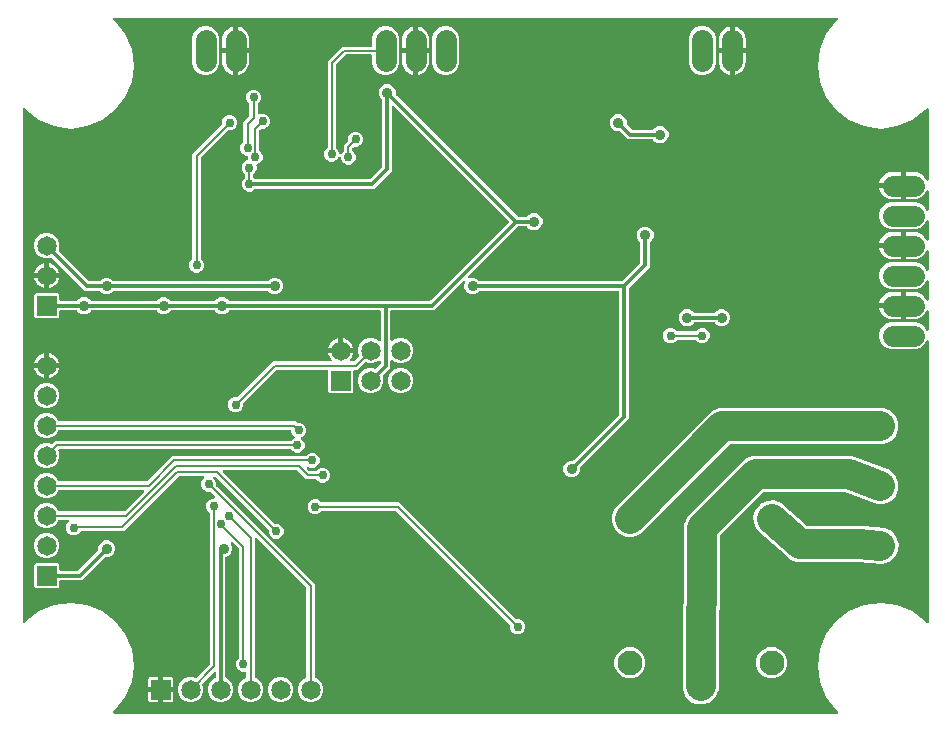
<source format=gbl>
G04 EAGLE Gerber RS-274X export*
G75*
%MOMM*%
%FSLAX34Y34*%
%LPD*%
%INBottom Copper*%
%IPPOS*%
%AMOC8*
5,1,8,0,0,1.08239X$1,22.5*%
G01*
%ADD10R,1.651000X1.651000*%
%ADD11C,1.651000*%
%ADD12C,2.100000*%
%ADD13C,1.800000*%
%ADD14C,2.000000*%
%ADD15C,0.906400*%
%ADD16C,0.756400*%
%ADD17C,0.203200*%
%ADD18C,0.152400*%
%ADD19C,0.304800*%
%ADD20C,2.540000*%

G36*
X699808Y10174D02*
X699808Y10174D01*
X699904Y10179D01*
X699948Y10194D01*
X699995Y10201D01*
X700082Y10240D01*
X700173Y10270D01*
X700211Y10298D01*
X700254Y10317D01*
X700327Y10379D01*
X700406Y10433D01*
X700435Y10470D01*
X700471Y10500D01*
X700524Y10580D01*
X700584Y10654D01*
X700603Y10698D01*
X700629Y10737D01*
X700658Y10828D01*
X700695Y10916D01*
X700701Y10963D01*
X700715Y11008D01*
X700717Y11104D01*
X700728Y11199D01*
X700721Y11245D01*
X700722Y11292D01*
X700698Y11385D01*
X700682Y11479D01*
X700662Y11522D01*
X700650Y11567D01*
X700601Y11650D01*
X700560Y11736D01*
X700532Y11766D01*
X700505Y11812D01*
X700383Y11927D01*
X700332Y11981D01*
X698888Y13089D01*
X690413Y24134D01*
X685085Y36997D01*
X683268Y50800D01*
X685085Y64603D01*
X690413Y77466D01*
X698889Y88511D01*
X709934Y96987D01*
X722797Y102315D01*
X736600Y104132D01*
X750403Y102315D01*
X763266Y96987D01*
X774311Y88511D01*
X775419Y87068D01*
X775487Y87001D01*
X775549Y86929D01*
X775588Y86902D01*
X775621Y86869D01*
X775706Y86824D01*
X775785Y86771D01*
X775830Y86757D01*
X775872Y86734D01*
X775965Y86714D01*
X776056Y86685D01*
X776103Y86684D01*
X776149Y86674D01*
X776245Y86680D01*
X776340Y86678D01*
X776386Y86690D01*
X776433Y86693D01*
X776523Y86726D01*
X776615Y86750D01*
X776656Y86774D01*
X776700Y86790D01*
X776778Y86846D01*
X776860Y86895D01*
X776892Y86929D01*
X776930Y86957D01*
X776989Y87033D01*
X777054Y87102D01*
X777076Y87144D01*
X777105Y87182D01*
X777140Y87270D01*
X777184Y87355D01*
X777191Y87397D01*
X777210Y87446D01*
X777227Y87612D01*
X777239Y87687D01*
X777239Y325332D01*
X777227Y325417D01*
X777225Y325503D01*
X777207Y325557D01*
X777199Y325613D01*
X777164Y325692D01*
X777138Y325774D01*
X777106Y325821D01*
X777083Y325873D01*
X777028Y325938D01*
X776980Y326010D01*
X776936Y326046D01*
X776900Y326090D01*
X776828Y326137D01*
X776762Y326193D01*
X776710Y326216D01*
X776663Y326247D01*
X776581Y326273D01*
X776502Y326308D01*
X776446Y326316D01*
X776392Y326333D01*
X776306Y326335D01*
X776221Y326347D01*
X776165Y326339D01*
X776108Y326340D01*
X776025Y326319D01*
X775940Y326306D01*
X775888Y326283D01*
X775833Y326269D01*
X775759Y326225D01*
X775680Y326189D01*
X775637Y326152D01*
X775588Y326123D01*
X775529Y326061D01*
X775464Y326005D01*
X775438Y325963D01*
X775394Y325916D01*
X775328Y325787D01*
X775286Y325720D01*
X774434Y323663D01*
X771187Y320416D01*
X766946Y318659D01*
X744354Y318659D01*
X740113Y320416D01*
X736866Y323663D01*
X735109Y327904D01*
X735109Y332496D01*
X736866Y336737D01*
X740113Y339984D01*
X744354Y341741D01*
X766946Y341741D01*
X771187Y339984D01*
X774434Y336737D01*
X775286Y334680D01*
X775330Y334606D01*
X775365Y334527D01*
X775402Y334484D01*
X775431Y334435D01*
X775493Y334376D01*
X775549Y334310D01*
X775596Y334279D01*
X775637Y334240D01*
X775714Y334200D01*
X775785Y334153D01*
X775839Y334135D01*
X775890Y334109D01*
X775974Y334093D01*
X776056Y334067D01*
X776113Y334065D01*
X776169Y334054D01*
X776254Y334062D01*
X776340Y334060D01*
X776395Y334074D01*
X776452Y334079D01*
X776532Y334110D01*
X776615Y334131D01*
X776664Y334160D01*
X776717Y334181D01*
X776786Y334233D01*
X776860Y334277D01*
X776899Y334318D01*
X776944Y334352D01*
X776996Y334421D01*
X777054Y334484D01*
X777080Y334535D01*
X777114Y334580D01*
X777145Y334661D01*
X777184Y334737D01*
X777192Y334786D01*
X777215Y334846D01*
X777226Y334991D01*
X777239Y335068D01*
X777239Y350658D01*
X777233Y350704D01*
X777235Y350750D01*
X777213Y350844D01*
X777199Y350940D01*
X777181Y350982D01*
X777170Y351027D01*
X777123Y351111D01*
X777083Y351199D01*
X777053Y351235D01*
X777031Y351275D01*
X776962Y351343D01*
X776900Y351416D01*
X776861Y351442D01*
X776828Y351474D01*
X776743Y351520D01*
X776663Y351574D01*
X776619Y351588D01*
X776578Y351610D01*
X776484Y351631D01*
X776392Y351660D01*
X776346Y351661D01*
X776301Y351671D01*
X776204Y351665D01*
X776108Y351667D01*
X776063Y351655D01*
X776017Y351652D01*
X775926Y351620D01*
X775833Y351595D01*
X775793Y351572D01*
X775749Y351556D01*
X775671Y351499D01*
X775588Y351450D01*
X775557Y351416D01*
X775519Y351389D01*
X775474Y351329D01*
X775394Y351243D01*
X775356Y351168D01*
X775319Y351119D01*
X774520Y349551D01*
X773453Y348082D01*
X772168Y346797D01*
X770699Y345730D01*
X769080Y344905D01*
X767352Y344343D01*
X765558Y344059D01*
X757681Y344059D01*
X757681Y354584D01*
X757673Y354642D01*
X757675Y354700D01*
X757653Y354782D01*
X757641Y354865D01*
X757617Y354919D01*
X757603Y354975D01*
X757560Y355048D01*
X757525Y355125D01*
X757487Y355169D01*
X757457Y355220D01*
X757396Y355277D01*
X757341Y355342D01*
X757293Y355374D01*
X757250Y355414D01*
X757175Y355453D01*
X757105Y355499D01*
X757049Y355517D01*
X756997Y355544D01*
X756929Y355555D01*
X756834Y355585D01*
X756734Y355588D01*
X756666Y355599D01*
X755649Y355599D01*
X755649Y355601D01*
X756666Y355601D01*
X756724Y355609D01*
X756782Y355608D01*
X756864Y355629D01*
X756947Y355641D01*
X757001Y355665D01*
X757057Y355679D01*
X757130Y355722D01*
X757207Y355757D01*
X757252Y355795D01*
X757302Y355825D01*
X757360Y355886D01*
X757424Y355941D01*
X757456Y355989D01*
X757496Y356032D01*
X757535Y356107D01*
X757581Y356177D01*
X757599Y356233D01*
X757626Y356285D01*
X757637Y356353D01*
X757667Y356448D01*
X757670Y356548D01*
X757681Y356616D01*
X757681Y367141D01*
X765558Y367141D01*
X767352Y366857D01*
X769080Y366295D01*
X770699Y365470D01*
X772168Y364403D01*
X773453Y363118D01*
X774520Y361649D01*
X775319Y360081D01*
X775346Y360043D01*
X775365Y360001D01*
X775427Y359927D01*
X775483Y359848D01*
X775519Y359819D01*
X775549Y359784D01*
X775629Y359730D01*
X775704Y359670D01*
X775747Y359652D01*
X775785Y359626D01*
X775877Y359597D01*
X775966Y359560D01*
X776012Y359554D01*
X776056Y359540D01*
X776153Y359538D01*
X776249Y359527D01*
X776294Y359534D01*
X776340Y359533D01*
X776434Y359557D01*
X776529Y359573D01*
X776571Y359593D01*
X776615Y359605D01*
X776698Y359654D01*
X776786Y359696D01*
X776820Y359726D01*
X776860Y359750D01*
X776926Y359821D01*
X776998Y359885D01*
X777023Y359924D01*
X777054Y359957D01*
X777098Y360043D01*
X777150Y360125D01*
X777163Y360169D01*
X777184Y360211D01*
X777196Y360285D01*
X777229Y360398D01*
X777229Y360481D01*
X777239Y360542D01*
X777239Y376132D01*
X777227Y376217D01*
X777225Y376303D01*
X777207Y376357D01*
X777199Y376413D01*
X777164Y376492D01*
X777138Y376574D01*
X777106Y376621D01*
X777083Y376673D01*
X777028Y376738D01*
X776980Y376810D01*
X776936Y376846D01*
X776900Y376890D01*
X776828Y376937D01*
X776762Y376993D01*
X776710Y377016D01*
X776663Y377047D01*
X776581Y377073D01*
X776502Y377108D01*
X776446Y377116D01*
X776392Y377133D01*
X776306Y377135D01*
X776221Y377147D01*
X776165Y377139D01*
X776108Y377140D01*
X776025Y377119D01*
X775940Y377106D01*
X775888Y377083D01*
X775833Y377069D01*
X775759Y377025D01*
X775680Y376989D01*
X775637Y376952D01*
X775588Y376923D01*
X775529Y376861D01*
X775464Y376805D01*
X775438Y376763D01*
X775394Y376716D01*
X775328Y376587D01*
X775286Y376520D01*
X774434Y374463D01*
X771187Y371216D01*
X766946Y369459D01*
X744354Y369459D01*
X740113Y371216D01*
X736866Y374463D01*
X735109Y378704D01*
X735109Y383296D01*
X736866Y387537D01*
X740113Y390784D01*
X744354Y392541D01*
X766946Y392541D01*
X771187Y390784D01*
X774434Y387537D01*
X775286Y385480D01*
X775330Y385406D01*
X775365Y385327D01*
X775402Y385284D01*
X775431Y385235D01*
X775493Y385176D01*
X775549Y385110D01*
X775596Y385079D01*
X775637Y385040D01*
X775714Y385000D01*
X775785Y384953D01*
X775839Y384935D01*
X775890Y384909D01*
X775974Y384893D01*
X776056Y384867D01*
X776113Y384865D01*
X776169Y384854D01*
X776254Y384862D01*
X776340Y384860D01*
X776395Y384874D01*
X776452Y384879D01*
X776532Y384910D01*
X776615Y384931D01*
X776664Y384960D01*
X776717Y384981D01*
X776786Y385033D01*
X776860Y385077D01*
X776899Y385118D01*
X776944Y385152D01*
X776996Y385221D01*
X777054Y385284D01*
X777080Y385335D01*
X777114Y385380D01*
X777145Y385461D01*
X777184Y385537D01*
X777192Y385586D01*
X777215Y385646D01*
X777226Y385791D01*
X777239Y385868D01*
X777239Y401458D01*
X777233Y401504D01*
X777235Y401550D01*
X777213Y401644D01*
X777199Y401740D01*
X777181Y401782D01*
X777170Y401827D01*
X777123Y401911D01*
X777083Y401999D01*
X777053Y402035D01*
X777031Y402075D01*
X776962Y402143D01*
X776900Y402216D01*
X776861Y402242D01*
X776828Y402274D01*
X776743Y402320D01*
X776663Y402374D01*
X776619Y402388D01*
X776578Y402410D01*
X776484Y402431D01*
X776392Y402460D01*
X776346Y402461D01*
X776301Y402471D01*
X776204Y402465D01*
X776108Y402467D01*
X776063Y402455D01*
X776017Y402452D01*
X775926Y402420D01*
X775833Y402395D01*
X775793Y402372D01*
X775749Y402356D01*
X775671Y402299D01*
X775588Y402250D01*
X775557Y402216D01*
X775519Y402189D01*
X775474Y402129D01*
X775394Y402043D01*
X775356Y401968D01*
X775319Y401919D01*
X774520Y400351D01*
X773453Y398882D01*
X772168Y397597D01*
X770699Y396530D01*
X769080Y395705D01*
X767352Y395143D01*
X765558Y394859D01*
X757681Y394859D01*
X757681Y405384D01*
X757673Y405442D01*
X757675Y405500D01*
X757653Y405582D01*
X757641Y405665D01*
X757617Y405719D01*
X757603Y405775D01*
X757560Y405848D01*
X757525Y405925D01*
X757487Y405969D01*
X757457Y406020D01*
X757396Y406077D01*
X757341Y406142D01*
X757293Y406174D01*
X757250Y406214D01*
X757175Y406253D01*
X757105Y406299D01*
X757049Y406317D01*
X756997Y406344D01*
X756929Y406355D01*
X756834Y406385D01*
X756734Y406388D01*
X756666Y406399D01*
X755649Y406399D01*
X755649Y406401D01*
X756666Y406401D01*
X756724Y406409D01*
X756782Y406408D01*
X756864Y406429D01*
X756947Y406441D01*
X757001Y406465D01*
X757057Y406479D01*
X757130Y406522D01*
X757207Y406557D01*
X757252Y406595D01*
X757302Y406625D01*
X757360Y406686D01*
X757424Y406741D01*
X757456Y406789D01*
X757496Y406832D01*
X757535Y406907D01*
X757581Y406977D01*
X757599Y407033D01*
X757626Y407085D01*
X757637Y407153D01*
X757667Y407248D01*
X757670Y407348D01*
X757681Y407416D01*
X757681Y417941D01*
X765558Y417941D01*
X767352Y417657D01*
X769080Y417095D01*
X770699Y416270D01*
X772168Y415203D01*
X773453Y413918D01*
X774520Y412449D01*
X775319Y410881D01*
X775346Y410843D01*
X775365Y410801D01*
X775427Y410727D01*
X775483Y410648D01*
X775519Y410619D01*
X775549Y410584D01*
X775629Y410530D01*
X775704Y410470D01*
X775747Y410452D01*
X775785Y410426D01*
X775877Y410397D01*
X775966Y410360D01*
X776012Y410354D01*
X776056Y410340D01*
X776153Y410338D01*
X776249Y410327D01*
X776294Y410334D01*
X776340Y410333D01*
X776434Y410357D01*
X776529Y410373D01*
X776571Y410393D01*
X776615Y410405D01*
X776698Y410454D01*
X776786Y410496D01*
X776820Y410526D01*
X776860Y410550D01*
X776926Y410621D01*
X776998Y410685D01*
X777023Y410724D01*
X777054Y410757D01*
X777098Y410843D01*
X777150Y410925D01*
X777163Y410969D01*
X777184Y411011D01*
X777196Y411085D01*
X777229Y411198D01*
X777229Y411281D01*
X777239Y411342D01*
X777239Y426932D01*
X777227Y427017D01*
X777225Y427103D01*
X777207Y427157D01*
X777199Y427213D01*
X777164Y427292D01*
X777138Y427374D01*
X777106Y427421D01*
X777083Y427473D01*
X777028Y427538D01*
X776980Y427610D01*
X776936Y427646D01*
X776900Y427690D01*
X776828Y427737D01*
X776762Y427793D01*
X776710Y427816D01*
X776663Y427847D01*
X776581Y427873D01*
X776502Y427908D01*
X776446Y427916D01*
X776392Y427933D01*
X776306Y427935D01*
X776221Y427947D01*
X776165Y427939D01*
X776108Y427940D01*
X776025Y427919D01*
X775939Y427906D01*
X775888Y427883D01*
X775833Y427869D01*
X775759Y427825D01*
X775680Y427789D01*
X775637Y427752D01*
X775588Y427723D01*
X775529Y427661D01*
X775464Y427605D01*
X775438Y427563D01*
X775394Y427516D01*
X775328Y427387D01*
X775286Y427320D01*
X774434Y425263D01*
X771187Y422016D01*
X766946Y420259D01*
X744354Y420259D01*
X740113Y422016D01*
X736866Y425263D01*
X735109Y429504D01*
X735109Y434096D01*
X736866Y438337D01*
X740113Y441584D01*
X744354Y443341D01*
X766946Y443341D01*
X771187Y441584D01*
X774434Y438337D01*
X775286Y436280D01*
X775330Y436206D01*
X775365Y436127D01*
X775402Y436084D01*
X775431Y436035D01*
X775493Y435976D01*
X775549Y435910D01*
X775596Y435879D01*
X775637Y435840D01*
X775714Y435800D01*
X775785Y435753D01*
X775839Y435735D01*
X775890Y435709D01*
X775974Y435693D01*
X776056Y435667D01*
X776113Y435665D01*
X776169Y435654D01*
X776254Y435662D01*
X776340Y435660D01*
X776395Y435674D01*
X776452Y435679D01*
X776533Y435710D01*
X776615Y435731D01*
X776664Y435760D01*
X776717Y435781D01*
X776786Y435833D01*
X776860Y435877D01*
X776899Y435918D01*
X776944Y435952D01*
X776996Y436021D01*
X777054Y436084D01*
X777080Y436135D01*
X777114Y436180D01*
X777145Y436261D01*
X777184Y436337D01*
X777192Y436386D01*
X777215Y436446D01*
X777226Y436591D01*
X777239Y436668D01*
X777239Y452258D01*
X777233Y452304D01*
X777235Y452350D01*
X777213Y452445D01*
X777199Y452540D01*
X777181Y452582D01*
X777170Y452627D01*
X777123Y452711D01*
X777083Y452799D01*
X777053Y452835D01*
X777031Y452875D01*
X776962Y452943D01*
X776900Y453016D01*
X776861Y453042D01*
X776828Y453074D01*
X776743Y453120D01*
X776663Y453174D01*
X776619Y453188D01*
X776578Y453210D01*
X776484Y453231D01*
X776392Y453260D01*
X776346Y453261D01*
X776301Y453271D01*
X776204Y453265D01*
X776108Y453267D01*
X776063Y453255D01*
X776017Y453252D01*
X775926Y453220D01*
X775833Y453195D01*
X775793Y453172D01*
X775749Y453156D01*
X775671Y453099D01*
X775588Y453050D01*
X775557Y453016D01*
X775519Y452989D01*
X775474Y452929D01*
X775394Y452843D01*
X775356Y452768D01*
X775319Y452719D01*
X774520Y451151D01*
X773453Y449682D01*
X772168Y448397D01*
X770699Y447330D01*
X769080Y446505D01*
X767352Y445943D01*
X765558Y445659D01*
X757681Y445659D01*
X757681Y456184D01*
X757673Y456242D01*
X757675Y456300D01*
X757653Y456382D01*
X757641Y456465D01*
X757617Y456519D01*
X757603Y456575D01*
X757560Y456648D01*
X757525Y456725D01*
X757487Y456769D01*
X757457Y456820D01*
X757396Y456877D01*
X757341Y456942D01*
X757293Y456974D01*
X757250Y457014D01*
X757175Y457053D01*
X757105Y457099D01*
X757049Y457117D01*
X756997Y457144D01*
X756929Y457155D01*
X756834Y457185D01*
X756734Y457188D01*
X756666Y457199D01*
X755649Y457199D01*
X755649Y457201D01*
X756666Y457201D01*
X756724Y457209D01*
X756782Y457208D01*
X756864Y457229D01*
X756947Y457241D01*
X757001Y457265D01*
X757057Y457279D01*
X757130Y457322D01*
X757207Y457357D01*
X757252Y457395D01*
X757302Y457425D01*
X757360Y457486D01*
X757424Y457541D01*
X757456Y457589D01*
X757496Y457632D01*
X757535Y457707D01*
X757581Y457777D01*
X757599Y457833D01*
X757626Y457885D01*
X757637Y457953D01*
X757667Y458048D01*
X757670Y458148D01*
X757681Y458216D01*
X757681Y468741D01*
X765558Y468741D01*
X767352Y468457D01*
X769080Y467895D01*
X770699Y467070D01*
X772168Y466003D01*
X773453Y464718D01*
X774520Y463249D01*
X775319Y461681D01*
X775346Y461643D01*
X775365Y461601D01*
X775427Y461527D01*
X775483Y461448D01*
X775519Y461419D01*
X775549Y461384D01*
X775629Y461330D01*
X775704Y461270D01*
X775747Y461252D01*
X775785Y461226D01*
X775877Y461197D01*
X775966Y461160D01*
X776012Y461154D01*
X776056Y461140D01*
X776153Y461138D01*
X776249Y461127D01*
X776294Y461134D01*
X776340Y461133D01*
X776434Y461157D01*
X776529Y461173D01*
X776571Y461193D01*
X776615Y461205D01*
X776698Y461254D01*
X776786Y461296D01*
X776820Y461326D01*
X776860Y461350D01*
X776926Y461420D01*
X776998Y461485D01*
X777023Y461524D01*
X777054Y461557D01*
X777098Y461643D01*
X777150Y461725D01*
X777163Y461769D01*
X777184Y461810D01*
X777196Y461885D01*
X777229Y461998D01*
X777229Y462081D01*
X777239Y462142D01*
X777239Y521913D01*
X777233Y521961D01*
X777233Y521963D01*
X777232Y521966D01*
X777226Y522008D01*
X777221Y522104D01*
X777206Y522148D01*
X777199Y522195D01*
X777160Y522282D01*
X777130Y522373D01*
X777102Y522411D01*
X777083Y522454D01*
X777021Y522527D01*
X776967Y522606D01*
X776930Y522635D01*
X776900Y522671D01*
X776820Y522724D01*
X776746Y522784D01*
X776702Y522803D01*
X776663Y522829D01*
X776572Y522858D01*
X776484Y522895D01*
X776437Y522901D01*
X776392Y522915D01*
X776296Y522917D01*
X776201Y522928D01*
X776155Y522921D01*
X776108Y522922D01*
X776015Y522898D01*
X775921Y522882D01*
X775878Y522862D01*
X775833Y522850D01*
X775750Y522801D01*
X775664Y522760D01*
X775634Y522732D01*
X775588Y522705D01*
X775473Y522583D01*
X775419Y522532D01*
X774311Y521089D01*
X763266Y512613D01*
X750403Y507285D01*
X736600Y505468D01*
X722797Y507285D01*
X709934Y512613D01*
X698889Y521089D01*
X690413Y532134D01*
X685085Y544997D01*
X683268Y558800D01*
X685085Y572603D01*
X690413Y585466D01*
X698889Y596511D01*
X700332Y597619D01*
X700399Y597687D01*
X700471Y597749D01*
X700498Y597788D01*
X700531Y597821D01*
X700576Y597906D01*
X700629Y597985D01*
X700643Y598030D01*
X700666Y598072D01*
X700686Y598165D01*
X700715Y598256D01*
X700716Y598303D01*
X700726Y598349D01*
X700720Y598445D01*
X700722Y598540D01*
X700710Y598586D01*
X700707Y598633D01*
X700674Y598723D01*
X700650Y598815D01*
X700626Y598856D01*
X700610Y598900D01*
X700554Y598978D01*
X700505Y599060D01*
X700471Y599092D01*
X700443Y599130D01*
X700367Y599189D01*
X700298Y599254D01*
X700256Y599276D01*
X700218Y599305D01*
X700130Y599340D01*
X700045Y599384D01*
X700003Y599391D01*
X699954Y599410D01*
X699788Y599427D01*
X699713Y599439D01*
X87687Y599439D01*
X87592Y599426D01*
X87496Y599421D01*
X87452Y599406D01*
X87405Y599399D01*
X87318Y599360D01*
X87227Y599330D01*
X87189Y599302D01*
X87146Y599283D01*
X87073Y599221D01*
X86994Y599167D01*
X86965Y599130D01*
X86929Y599100D01*
X86876Y599020D01*
X86816Y598946D01*
X86797Y598902D01*
X86771Y598863D01*
X86742Y598772D01*
X86705Y598684D01*
X86699Y598637D01*
X86685Y598592D01*
X86683Y598496D01*
X86672Y598401D01*
X86679Y598355D01*
X86678Y598308D01*
X86702Y598215D01*
X86718Y598121D01*
X86738Y598078D01*
X86750Y598033D01*
X86799Y597950D01*
X86840Y597864D01*
X86868Y597834D01*
X86895Y597788D01*
X87017Y597673D01*
X87068Y597619D01*
X88511Y596511D01*
X96987Y585466D01*
X102315Y572603D01*
X104132Y558800D01*
X102315Y544997D01*
X96987Y532134D01*
X88511Y521089D01*
X77466Y512613D01*
X64603Y507285D01*
X50800Y505468D01*
X36997Y507285D01*
X24134Y512613D01*
X13089Y521089D01*
X11981Y522532D01*
X11913Y522599D01*
X11851Y522671D01*
X11812Y522698D01*
X11779Y522731D01*
X11694Y522776D01*
X11615Y522829D01*
X11570Y522843D01*
X11528Y522866D01*
X11435Y522886D01*
X11344Y522915D01*
X11297Y522916D01*
X11251Y522926D01*
X11155Y522920D01*
X11060Y522922D01*
X11014Y522910D01*
X10967Y522907D01*
X10877Y522874D01*
X10785Y522850D01*
X10744Y522826D01*
X10700Y522810D01*
X10622Y522754D01*
X10540Y522705D01*
X10508Y522671D01*
X10470Y522643D01*
X10411Y522567D01*
X10346Y522498D01*
X10324Y522456D01*
X10295Y522418D01*
X10260Y522330D01*
X10216Y522245D01*
X10209Y522203D01*
X10190Y522154D01*
X10176Y522020D01*
X10175Y522015D01*
X10174Y521999D01*
X10173Y521988D01*
X10161Y521913D01*
X10161Y87687D01*
X10174Y87592D01*
X10179Y87496D01*
X10194Y87452D01*
X10201Y87405D01*
X10240Y87318D01*
X10270Y87227D01*
X10298Y87189D01*
X10317Y87146D01*
X10379Y87073D01*
X10433Y86994D01*
X10470Y86965D01*
X10500Y86929D01*
X10580Y86876D01*
X10654Y86816D01*
X10698Y86797D01*
X10737Y86771D01*
X10828Y86742D01*
X10916Y86705D01*
X10963Y86699D01*
X11008Y86685D01*
X11104Y86683D01*
X11199Y86672D01*
X11245Y86679D01*
X11292Y86678D01*
X11385Y86702D01*
X11479Y86718D01*
X11522Y86738D01*
X11567Y86750D01*
X11650Y86799D01*
X11736Y86840D01*
X11766Y86868D01*
X11812Y86895D01*
X11927Y87017D01*
X11981Y87068D01*
X13089Y88511D01*
X24134Y96987D01*
X36997Y102315D01*
X50800Y104132D01*
X64603Y102315D01*
X77466Y96987D01*
X88511Y88511D01*
X96987Y77466D01*
X102315Y64603D01*
X104132Y50800D01*
X102315Y36997D01*
X96987Y24134D01*
X88511Y13089D01*
X87068Y11981D01*
X87001Y11913D01*
X86929Y11851D01*
X86902Y11812D01*
X86869Y11779D01*
X86824Y11694D01*
X86771Y11615D01*
X86757Y11570D01*
X86734Y11528D01*
X86714Y11435D01*
X86685Y11344D01*
X86684Y11297D01*
X86674Y11251D01*
X86680Y11155D01*
X86678Y11060D01*
X86690Y11014D01*
X86693Y10967D01*
X86726Y10877D01*
X86750Y10785D01*
X86774Y10744D01*
X86790Y10700D01*
X86846Y10622D01*
X86895Y10540D01*
X86929Y10508D01*
X86957Y10470D01*
X87033Y10411D01*
X87102Y10346D01*
X87144Y10324D01*
X87182Y10295D01*
X87270Y10260D01*
X87355Y10216D01*
X87397Y10209D01*
X87446Y10190D01*
X87613Y10173D01*
X87687Y10161D01*
X699713Y10161D01*
X699808Y10174D01*
G37*
%LPC*%
G36*
X473573Y210097D02*
X473573Y210097D01*
X470974Y211174D01*
X468984Y213164D01*
X467907Y215763D01*
X467907Y218577D01*
X468984Y221176D01*
X470974Y223166D01*
X473573Y224243D01*
X475884Y224243D01*
X475970Y224255D01*
X476058Y224258D01*
X476110Y224275D01*
X476165Y224283D01*
X476245Y224318D01*
X476328Y224345D01*
X476368Y224373D01*
X476425Y224399D01*
X476538Y224495D01*
X476602Y224540D01*
X515068Y263006D01*
X515120Y263076D01*
X515180Y263140D01*
X515206Y263189D01*
X515239Y263234D01*
X515270Y263315D01*
X515310Y263393D01*
X515318Y263441D01*
X515340Y263499D01*
X515352Y263647D01*
X515365Y263724D01*
X515365Y367030D01*
X515357Y367088D01*
X515359Y367146D01*
X515337Y367228D01*
X515325Y367312D01*
X515302Y367365D01*
X515287Y367421D01*
X515244Y367494D01*
X515209Y367571D01*
X515171Y367616D01*
X515142Y367666D01*
X515080Y367724D01*
X515026Y367788D01*
X514977Y367820D01*
X514934Y367860D01*
X514859Y367899D01*
X514789Y367946D01*
X514733Y367963D01*
X514681Y367990D01*
X514613Y368001D01*
X514518Y368031D01*
X514418Y368034D01*
X514350Y368045D01*
X397518Y368045D01*
X397432Y368033D01*
X397344Y368030D01*
X397291Y368013D01*
X397237Y368005D01*
X397157Y367970D01*
X397074Y367943D01*
X397034Y367915D01*
X396977Y367889D01*
X396864Y367793D01*
X396800Y367748D01*
X395166Y366114D01*
X392567Y365037D01*
X389753Y365037D01*
X387154Y366114D01*
X385164Y368104D01*
X384087Y370703D01*
X384087Y373517D01*
X384646Y374865D01*
X384667Y374948D01*
X384698Y375029D01*
X384702Y375085D01*
X384717Y375140D01*
X384714Y375226D01*
X384721Y375312D01*
X384710Y375368D01*
X384709Y375425D01*
X384682Y375506D01*
X384665Y375591D01*
X384639Y375641D01*
X384622Y375695D01*
X384574Y375767D01*
X384534Y375843D01*
X384495Y375884D01*
X384464Y375931D01*
X384398Y375987D01*
X384339Y376049D01*
X384289Y376078D01*
X384246Y376114D01*
X384168Y376149D01*
X384093Y376193D01*
X384038Y376207D01*
X383986Y376230D01*
X383901Y376242D01*
X383818Y376263D01*
X383761Y376261D01*
X383705Y376269D01*
X383620Y376257D01*
X383534Y376254D01*
X383480Y376236D01*
X383423Y376228D01*
X383345Y376193D01*
X383263Y376166D01*
X383223Y376138D01*
X383164Y376111D01*
X383054Y376017D01*
X382990Y375971D01*
X358554Y351535D01*
X322580Y351535D01*
X322522Y351527D01*
X322464Y351529D01*
X322382Y351507D01*
X322298Y351495D01*
X322245Y351472D01*
X322189Y351457D01*
X322116Y351414D01*
X322039Y351379D01*
X321994Y351341D01*
X321944Y351312D01*
X321886Y351250D01*
X321822Y351196D01*
X321790Y351147D01*
X321750Y351104D01*
X321711Y351029D01*
X321664Y350959D01*
X321647Y350903D01*
X321620Y350851D01*
X321609Y350783D01*
X321579Y350688D01*
X321576Y350588D01*
X321565Y350520D01*
X321565Y326583D01*
X321569Y326554D01*
X321566Y326525D01*
X321589Y326414D01*
X321605Y326302D01*
X321617Y326275D01*
X321622Y326246D01*
X321675Y326145D01*
X321721Y326042D01*
X321740Y326020D01*
X321753Y325994D01*
X321831Y325912D01*
X321904Y325825D01*
X321929Y325809D01*
X321949Y325788D01*
X322047Y325731D01*
X322141Y325668D01*
X322169Y325659D01*
X322194Y325644D01*
X322304Y325616D01*
X322412Y325582D01*
X322442Y325581D01*
X322470Y325574D01*
X322583Y325578D01*
X322696Y325575D01*
X322725Y325582D01*
X322754Y325583D01*
X322862Y325618D01*
X322971Y325646D01*
X322997Y325661D01*
X323025Y325670D01*
X323089Y325716D01*
X323216Y325792D01*
X323259Y325837D01*
X323298Y325865D01*
X324085Y326652D01*
X328053Y328296D01*
X332347Y328296D01*
X336315Y326652D01*
X339352Y323615D01*
X340996Y319647D01*
X340996Y315353D01*
X339352Y311385D01*
X336315Y308348D01*
X332347Y306704D01*
X328053Y306704D01*
X324085Y308348D01*
X323298Y309135D01*
X323274Y309152D01*
X323255Y309175D01*
X323161Y309237D01*
X323071Y309306D01*
X323043Y309316D01*
X323019Y309332D01*
X322911Y309366D01*
X322805Y309407D01*
X322776Y309409D01*
X322748Y309418D01*
X322634Y309421D01*
X322522Y309430D01*
X322493Y309425D01*
X322464Y309425D01*
X322354Y309397D01*
X322243Y309374D01*
X322217Y309361D01*
X322189Y309354D01*
X322091Y309296D01*
X321991Y309244D01*
X321969Y309223D01*
X321944Y309208D01*
X321867Y309126D01*
X321785Y309048D01*
X321770Y309022D01*
X321750Y309001D01*
X321698Y308900D01*
X321641Y308802D01*
X321634Y308774D01*
X321620Y308748D01*
X321607Y308671D01*
X321571Y308527D01*
X321573Y308464D01*
X321565Y308417D01*
X321565Y303116D01*
X315226Y296778D01*
X315225Y296776D01*
X315224Y296775D01*
X315136Y296658D01*
X315055Y296550D01*
X315055Y296549D01*
X315054Y296548D01*
X315004Y296416D01*
X314954Y296285D01*
X314954Y296283D01*
X314953Y296282D01*
X314942Y296137D01*
X314930Y296001D01*
X314931Y296000D01*
X314931Y295998D01*
X314934Y295983D01*
X314986Y295723D01*
X315000Y295696D01*
X315006Y295671D01*
X315596Y294247D01*
X315596Y289953D01*
X313952Y285985D01*
X310915Y282948D01*
X306947Y281304D01*
X302653Y281304D01*
X298685Y282948D01*
X295648Y285985D01*
X294004Y289953D01*
X294004Y294247D01*
X295648Y298215D01*
X298685Y301252D01*
X302653Y302896D01*
X306947Y302896D01*
X308371Y302306D01*
X308373Y302306D01*
X308374Y302305D01*
X308508Y302271D01*
X308647Y302235D01*
X308648Y302235D01*
X308650Y302235D01*
X308790Y302239D01*
X308931Y302243D01*
X308932Y302244D01*
X308934Y302244D01*
X309067Y302287D01*
X309201Y302330D01*
X309203Y302331D01*
X309204Y302331D01*
X309216Y302340D01*
X309438Y302488D01*
X309457Y302512D01*
X309478Y302526D01*
X313138Y306186D01*
X313190Y306256D01*
X313250Y306320D01*
X313276Y306369D01*
X313309Y306414D01*
X313340Y306495D01*
X313380Y306573D01*
X313388Y306621D01*
X313410Y306679D01*
X313422Y306827D01*
X313435Y306904D01*
X313435Y308417D01*
X313431Y308446D01*
X313434Y308475D01*
X313411Y308586D01*
X313395Y308698D01*
X313383Y308725D01*
X313378Y308754D01*
X313325Y308855D01*
X313279Y308958D01*
X313260Y308980D01*
X313247Y309006D01*
X313169Y309088D01*
X313096Y309175D01*
X313071Y309191D01*
X313051Y309212D01*
X312953Y309269D01*
X312859Y309332D01*
X312831Y309341D01*
X312806Y309356D01*
X312696Y309384D01*
X312588Y309418D01*
X312558Y309419D01*
X312530Y309426D01*
X312417Y309422D01*
X312304Y309425D01*
X312275Y309418D01*
X312246Y309417D01*
X312138Y309382D01*
X312029Y309354D01*
X312003Y309339D01*
X311975Y309330D01*
X311911Y309284D01*
X311784Y309208D01*
X311741Y309163D01*
X311702Y309135D01*
X310915Y308348D01*
X306947Y306704D01*
X302653Y306704D01*
X300721Y307504D01*
X300719Y307505D01*
X300718Y307506D01*
X300585Y307540D01*
X300446Y307575D01*
X300444Y307575D01*
X300442Y307576D01*
X300302Y307571D01*
X300161Y307567D01*
X300160Y307567D01*
X300158Y307567D01*
X300024Y307523D01*
X299891Y307481D01*
X299889Y307480D01*
X299888Y307479D01*
X299875Y307470D01*
X299654Y307322D01*
X299635Y307299D01*
X299614Y307284D01*
X295954Y303624D01*
X293573Y301243D01*
X291211Y301243D01*
X291153Y301235D01*
X291095Y301237D01*
X291013Y301215D01*
X290929Y301203D01*
X290876Y301180D01*
X290820Y301165D01*
X290747Y301122D01*
X290670Y301087D01*
X290625Y301049D01*
X290575Y301020D01*
X290517Y300958D01*
X290453Y300904D01*
X290421Y300855D01*
X290381Y300812D01*
X290342Y300737D01*
X290295Y300667D01*
X290278Y300611D01*
X290251Y300559D01*
X290240Y300491D01*
X290210Y300396D01*
X290207Y300296D01*
X290196Y300228D01*
X290196Y282793D01*
X288707Y281304D01*
X270093Y281304D01*
X268604Y282793D01*
X268604Y300228D01*
X268596Y300286D01*
X268598Y300344D01*
X268576Y300426D01*
X268564Y300510D01*
X268541Y300563D01*
X268526Y300619D01*
X268483Y300692D01*
X268448Y300769D01*
X268410Y300814D01*
X268381Y300864D01*
X268319Y300922D01*
X268265Y300986D01*
X268216Y301018D01*
X268173Y301058D01*
X268098Y301097D01*
X268028Y301144D01*
X267972Y301161D01*
X267920Y301188D01*
X267852Y301199D01*
X267757Y301229D01*
X267657Y301232D01*
X267589Y301243D01*
X225414Y301243D01*
X225327Y301231D01*
X225240Y301228D01*
X225187Y301211D01*
X225132Y301203D01*
X225052Y301168D01*
X224969Y301141D01*
X224930Y301113D01*
X224873Y301087D01*
X224760Y300991D01*
X224696Y300946D01*
X197120Y273370D01*
X197068Y273300D01*
X197008Y273236D01*
X196982Y273187D01*
X196949Y273143D01*
X196918Y273061D01*
X196878Y272983D01*
X196870Y272936D01*
X196848Y272877D01*
X196836Y272730D01*
X196823Y272652D01*
X196823Y270522D01*
X195860Y268198D01*
X194082Y266420D01*
X191758Y265457D01*
X189242Y265457D01*
X186918Y266420D01*
X185140Y268198D01*
X184177Y270522D01*
X184177Y273038D01*
X185140Y275362D01*
X186918Y277140D01*
X189242Y278103D01*
X191372Y278103D01*
X191459Y278115D01*
X191546Y278118D01*
X191599Y278135D01*
X191654Y278143D01*
X191734Y278178D01*
X191817Y278205D01*
X191856Y278233D01*
X191913Y278259D01*
X192026Y278355D01*
X192090Y278400D01*
X222047Y308357D01*
X270825Y308357D01*
X270854Y308361D01*
X270883Y308358D01*
X270994Y308381D01*
X271106Y308397D01*
X271133Y308409D01*
X271162Y308414D01*
X271262Y308466D01*
X271366Y308513D01*
X271388Y308532D01*
X271414Y308545D01*
X271496Y308623D01*
X271583Y308696D01*
X271599Y308721D01*
X271620Y308741D01*
X271677Y308839D01*
X271740Y308933D01*
X271749Y308961D01*
X271764Y308986D01*
X271792Y309096D01*
X271826Y309204D01*
X271827Y309233D01*
X271834Y309262D01*
X271830Y309375D01*
X271833Y309488D01*
X271826Y309517D01*
X271825Y309546D01*
X271790Y309654D01*
X271762Y309763D01*
X271747Y309789D01*
X271738Y309817D01*
X271692Y309881D01*
X271616Y310008D01*
X271571Y310051D01*
X271543Y310090D01*
X271165Y310467D01*
X270167Y311842D01*
X269395Y313356D01*
X268870Y314972D01*
X268791Y315469D01*
X278384Y315469D01*
X278442Y315477D01*
X278500Y315475D01*
X278582Y315497D01*
X278665Y315509D01*
X278719Y315533D01*
X278775Y315547D01*
X278848Y315590D01*
X278925Y315625D01*
X278969Y315663D01*
X279020Y315693D01*
X279077Y315754D01*
X279142Y315809D01*
X279174Y315857D01*
X279214Y315900D01*
X279253Y315975D01*
X279299Y316045D01*
X279317Y316101D01*
X279344Y316153D01*
X279355Y316221D01*
X279385Y316316D01*
X279388Y316416D01*
X279399Y316484D01*
X279399Y317501D01*
X279401Y317501D01*
X279401Y316484D01*
X279409Y316426D01*
X279408Y316368D01*
X279429Y316286D01*
X279441Y316203D01*
X279465Y316149D01*
X279479Y316093D01*
X279522Y316020D01*
X279557Y315943D01*
X279595Y315898D01*
X279625Y315848D01*
X279686Y315790D01*
X279741Y315726D01*
X279789Y315694D01*
X279832Y315654D01*
X279907Y315615D01*
X279977Y315569D01*
X280033Y315551D01*
X280085Y315524D01*
X280153Y315513D01*
X280248Y315483D01*
X280348Y315480D01*
X280416Y315469D01*
X290009Y315469D01*
X289930Y314972D01*
X289405Y313356D01*
X288633Y311842D01*
X287635Y310467D01*
X287257Y310090D01*
X287240Y310066D01*
X287217Y310047D01*
X287155Y309953D01*
X287086Y309863D01*
X287076Y309835D01*
X287060Y309811D01*
X287026Y309703D01*
X286985Y309597D01*
X286983Y309568D01*
X286974Y309540D01*
X286971Y309427D01*
X286962Y309314D01*
X286967Y309285D01*
X286967Y309256D01*
X286995Y309146D01*
X287018Y309035D01*
X287031Y309009D01*
X287038Y308981D01*
X287096Y308883D01*
X287149Y308783D01*
X287169Y308761D01*
X287184Y308736D01*
X287266Y308659D01*
X287344Y308577D01*
X287370Y308562D01*
X287391Y308542D01*
X287492Y308490D01*
X287590Y308433D01*
X287618Y308426D01*
X287644Y308412D01*
X287721Y308399D01*
X287865Y308363D01*
X287928Y308365D01*
X287975Y308357D01*
X290206Y308357D01*
X290293Y308369D01*
X290380Y308372D01*
X290433Y308389D01*
X290488Y308397D01*
X290568Y308432D01*
X290651Y308459D01*
X290690Y308487D01*
X290747Y308513D01*
X290860Y308609D01*
X290924Y308654D01*
X294584Y312314D01*
X294585Y312316D01*
X294587Y312317D01*
X294671Y312430D01*
X294755Y312542D01*
X294756Y312543D01*
X294757Y312544D01*
X294807Y312676D01*
X294857Y312807D01*
X294857Y312809D01*
X294857Y312810D01*
X294868Y312942D01*
X294880Y313091D01*
X294880Y313092D01*
X294880Y313094D01*
X294876Y313108D01*
X294824Y313369D01*
X294810Y313396D01*
X294804Y313421D01*
X294004Y315353D01*
X294004Y319647D01*
X295648Y323615D01*
X298685Y326652D01*
X302653Y328296D01*
X306947Y328296D01*
X310915Y326652D01*
X311702Y325865D01*
X311726Y325848D01*
X311745Y325825D01*
X311839Y325763D01*
X311929Y325694D01*
X311957Y325684D01*
X311981Y325668D01*
X312089Y325634D01*
X312195Y325593D01*
X312224Y325591D01*
X312252Y325582D01*
X312366Y325579D01*
X312478Y325570D01*
X312507Y325575D01*
X312536Y325575D01*
X312646Y325603D01*
X312757Y325626D01*
X312783Y325639D01*
X312811Y325646D01*
X312909Y325704D01*
X313009Y325756D01*
X313031Y325777D01*
X313056Y325792D01*
X313133Y325874D01*
X313215Y325952D01*
X313230Y325978D01*
X313250Y325999D01*
X313302Y326100D01*
X313359Y326198D01*
X313366Y326226D01*
X313380Y326252D01*
X313393Y326329D01*
X313429Y326473D01*
X313427Y326536D01*
X313435Y326583D01*
X313435Y350520D01*
X313427Y350578D01*
X313429Y350636D01*
X313407Y350718D01*
X313395Y350802D01*
X313372Y350855D01*
X313357Y350911D01*
X313314Y350984D01*
X313279Y351061D01*
X313241Y351106D01*
X313212Y351156D01*
X313150Y351214D01*
X313096Y351278D01*
X313047Y351310D01*
X313004Y351350D01*
X312929Y351389D01*
X312859Y351436D01*
X312803Y351453D01*
X312751Y351480D01*
X312683Y351491D01*
X312588Y351521D01*
X312488Y351524D01*
X312420Y351535D01*
X185428Y351535D01*
X185342Y351523D01*
X185254Y351520D01*
X185201Y351503D01*
X185147Y351495D01*
X185067Y351460D01*
X184984Y351433D01*
X184944Y351405D01*
X184887Y351379D01*
X184774Y351283D01*
X184710Y351238D01*
X183076Y349604D01*
X180477Y348527D01*
X177663Y348527D01*
X175064Y349604D01*
X173430Y351238D01*
X173360Y351290D01*
X173296Y351350D01*
X173247Y351376D01*
X173203Y351409D01*
X173121Y351440D01*
X173043Y351480D01*
X172995Y351488D01*
X172937Y351510D01*
X172789Y351522D01*
X172712Y351535D01*
X135898Y351535D01*
X135812Y351523D01*
X135724Y351520D01*
X135671Y351503D01*
X135617Y351495D01*
X135537Y351460D01*
X135454Y351433D01*
X135414Y351405D01*
X135357Y351379D01*
X135244Y351283D01*
X135180Y351238D01*
X133546Y349604D01*
X130947Y348527D01*
X128133Y348527D01*
X125534Y349604D01*
X123900Y351238D01*
X123830Y351290D01*
X123766Y351350D01*
X123717Y351376D01*
X123673Y351409D01*
X123591Y351440D01*
X123513Y351480D01*
X123465Y351488D01*
X123407Y351510D01*
X123259Y351522D01*
X123182Y351535D01*
X68588Y351535D01*
X68502Y351523D01*
X68414Y351520D01*
X68361Y351503D01*
X68307Y351495D01*
X68227Y351460D01*
X68144Y351433D01*
X68104Y351405D01*
X68047Y351379D01*
X67934Y351283D01*
X67870Y351238D01*
X66236Y349604D01*
X63637Y348527D01*
X60823Y348527D01*
X58224Y349604D01*
X56590Y351238D01*
X56520Y351290D01*
X56456Y351350D01*
X56407Y351376D01*
X56363Y351409D01*
X56281Y351440D01*
X56203Y351480D01*
X56155Y351488D01*
X56097Y351510D01*
X55949Y351522D01*
X55872Y351535D01*
X42291Y351535D01*
X42233Y351527D01*
X42175Y351529D01*
X42093Y351507D01*
X42009Y351495D01*
X41956Y351472D01*
X41900Y351457D01*
X41827Y351414D01*
X41750Y351379D01*
X41705Y351341D01*
X41655Y351312D01*
X41597Y351250D01*
X41533Y351196D01*
X41501Y351147D01*
X41461Y351104D01*
X41422Y351029D01*
X41375Y350959D01*
X41358Y350903D01*
X41331Y350851D01*
X41320Y350783D01*
X41290Y350688D01*
X41287Y350588D01*
X41276Y350520D01*
X41276Y346293D01*
X39787Y344804D01*
X21173Y344804D01*
X19684Y346293D01*
X19684Y364907D01*
X21173Y366396D01*
X39787Y366396D01*
X41276Y364907D01*
X41276Y360680D01*
X41284Y360622D01*
X41282Y360564D01*
X41304Y360482D01*
X41316Y360398D01*
X41339Y360345D01*
X41354Y360289D01*
X41397Y360216D01*
X41432Y360139D01*
X41470Y360094D01*
X41499Y360044D01*
X41561Y359986D01*
X41615Y359922D01*
X41664Y359890D01*
X41707Y359850D01*
X41782Y359811D01*
X41852Y359764D01*
X41908Y359747D01*
X41960Y359720D01*
X42028Y359709D01*
X42123Y359679D01*
X42223Y359676D01*
X42291Y359665D01*
X55872Y359665D01*
X55958Y359677D01*
X56046Y359680D01*
X56099Y359697D01*
X56153Y359705D01*
X56233Y359740D01*
X56316Y359767D01*
X56356Y359795D01*
X56413Y359821D01*
X56526Y359917D01*
X56590Y359962D01*
X58224Y361596D01*
X60823Y362673D01*
X63637Y362673D01*
X66236Y361596D01*
X67870Y359962D01*
X67940Y359910D01*
X68004Y359850D01*
X68053Y359824D01*
X68097Y359791D01*
X68179Y359760D01*
X68257Y359720D01*
X68305Y359712D01*
X68363Y359690D01*
X68511Y359678D01*
X68588Y359665D01*
X123182Y359665D01*
X123268Y359677D01*
X123356Y359680D01*
X123409Y359697D01*
X123463Y359705D01*
X123543Y359740D01*
X123626Y359767D01*
X123666Y359795D01*
X123723Y359821D01*
X123836Y359917D01*
X123900Y359962D01*
X125534Y361596D01*
X128133Y362673D01*
X130947Y362673D01*
X133546Y361596D01*
X135180Y359962D01*
X135250Y359910D01*
X135314Y359850D01*
X135363Y359824D01*
X135407Y359791D01*
X135489Y359760D01*
X135567Y359720D01*
X135615Y359712D01*
X135673Y359690D01*
X135821Y359678D01*
X135898Y359665D01*
X172712Y359665D01*
X172798Y359677D01*
X172886Y359680D01*
X172939Y359697D01*
X172993Y359705D01*
X173073Y359740D01*
X173156Y359767D01*
X173196Y359795D01*
X173253Y359821D01*
X173366Y359917D01*
X173430Y359962D01*
X175064Y361596D01*
X177663Y362673D01*
X180477Y362673D01*
X183076Y361596D01*
X184710Y359962D01*
X184780Y359910D01*
X184844Y359850D01*
X184893Y359824D01*
X184937Y359791D01*
X185019Y359760D01*
X185097Y359720D01*
X185145Y359712D01*
X185203Y359690D01*
X185351Y359678D01*
X185428Y359665D01*
X354766Y359665D01*
X354852Y359677D01*
X354940Y359680D01*
X354992Y359697D01*
X355047Y359705D01*
X355127Y359740D01*
X355210Y359767D01*
X355250Y359795D01*
X355307Y359821D01*
X355420Y359917D01*
X355484Y359962D01*
X421524Y426002D01*
X421559Y426049D01*
X421601Y426089D01*
X421644Y426162D01*
X421695Y426229D01*
X421715Y426284D01*
X421745Y426334D01*
X421766Y426416D01*
X421796Y426495D01*
X421801Y426553D01*
X421815Y426610D01*
X421812Y426694D01*
X421819Y426778D01*
X421808Y426836D01*
X421806Y426894D01*
X421780Y426974D01*
X421764Y427057D01*
X421737Y427109D01*
X421719Y427165D01*
X421678Y427221D01*
X421633Y427309D01*
X421564Y427382D01*
X421524Y427438D01*
X324568Y524394D01*
X324544Y524411D01*
X324525Y524434D01*
X324431Y524497D01*
X324341Y524565D01*
X324313Y524575D01*
X324289Y524591D01*
X324181Y524626D01*
X324075Y524666D01*
X324046Y524668D01*
X324018Y524677D01*
X323904Y524680D01*
X323792Y524689D01*
X323763Y524684D01*
X323734Y524684D01*
X323624Y524656D01*
X323513Y524634D01*
X323487Y524620D01*
X323459Y524613D01*
X323361Y524555D01*
X323261Y524503D01*
X323239Y524482D01*
X323214Y524467D01*
X323137Y524385D01*
X323055Y524307D01*
X323040Y524281D01*
X323020Y524260D01*
X322968Y524159D01*
X322911Y524061D01*
X322904Y524033D01*
X322890Y524007D01*
X322877Y523930D01*
X322841Y523786D01*
X322843Y523723D01*
X322835Y523676D01*
X322835Y469486D01*
X307754Y454405D01*
X207227Y454405D01*
X207141Y454393D01*
X207053Y454390D01*
X207001Y454373D01*
X206946Y454365D01*
X206866Y454330D01*
X206783Y454303D01*
X206744Y454275D01*
X206687Y454249D01*
X206573Y454153D01*
X206510Y454108D01*
X205512Y453110D01*
X203188Y452147D01*
X200672Y452147D01*
X198348Y453110D01*
X196570Y454888D01*
X195607Y457212D01*
X195607Y459728D01*
X196570Y462052D01*
X198076Y463558D01*
X198128Y463627D01*
X198188Y463691D01*
X198214Y463741D01*
X198247Y463785D01*
X198278Y463867D01*
X198318Y463944D01*
X198326Y463992D01*
X198348Y464050D01*
X198360Y464198D01*
X198373Y464276D01*
X198373Y466634D01*
X198361Y466721D01*
X198358Y466809D01*
X198341Y466861D01*
X198333Y466916D01*
X198298Y466996D01*
X198271Y467079D01*
X198243Y467118D01*
X198217Y467175D01*
X198121Y467289D01*
X198076Y467352D01*
X196570Y468858D01*
X195607Y471182D01*
X195607Y473698D01*
X196570Y476022D01*
X198348Y477800D01*
X200210Y478571D01*
X200260Y478601D01*
X200315Y478622D01*
X200382Y478673D01*
X200455Y478716D01*
X200495Y478758D01*
X200542Y478794D01*
X200592Y478861D01*
X200650Y478922D01*
X200677Y478974D01*
X200712Y479021D01*
X200742Y479100D01*
X200780Y479175D01*
X200792Y479233D01*
X200812Y479287D01*
X200819Y479371D01*
X200835Y479454D01*
X200830Y479512D01*
X200835Y479571D01*
X200820Y479638D01*
X200811Y479737D01*
X200775Y479831D01*
X200760Y479898D01*
X200687Y480072D01*
X200687Y481612D01*
X200679Y481670D01*
X200681Y481728D01*
X200659Y481810D01*
X200647Y481894D01*
X200624Y481947D01*
X200609Y482003D01*
X200566Y482076D01*
X200531Y482153D01*
X200493Y482198D01*
X200464Y482248D01*
X200402Y482306D01*
X200348Y482370D01*
X200299Y482402D01*
X200256Y482442D01*
X200181Y482481D01*
X200111Y482528D01*
X200055Y482545D01*
X200003Y482572D01*
X199935Y482583D01*
X199840Y482613D01*
X199740Y482616D01*
X199672Y482627D01*
X199402Y482627D01*
X197078Y483590D01*
X195300Y485368D01*
X194337Y487692D01*
X194337Y490208D01*
X195300Y492532D01*
X196806Y494038D01*
X196858Y494107D01*
X196918Y494171D01*
X196944Y494221D01*
X196977Y494265D01*
X197008Y494347D01*
X197048Y494424D01*
X197056Y494472D01*
X197078Y494530D01*
X197090Y494678D01*
X197103Y494756D01*
X197103Y510743D01*
X201886Y515526D01*
X201938Y515596D01*
X201998Y515660D01*
X202024Y515709D01*
X202057Y515753D01*
X202088Y515835D01*
X202128Y515913D01*
X202136Y515960D01*
X202158Y516019D01*
X202170Y516166D01*
X202183Y516244D01*
X202183Y526324D01*
X202171Y526411D01*
X202168Y526499D01*
X202151Y526551D01*
X202143Y526606D01*
X202108Y526686D01*
X202081Y526769D01*
X202053Y526808D01*
X202027Y526865D01*
X201931Y526979D01*
X201886Y527042D01*
X200380Y528548D01*
X199417Y530872D01*
X199417Y533388D01*
X200380Y535712D01*
X202158Y537490D01*
X204482Y538453D01*
X206998Y538453D01*
X209322Y537490D01*
X211100Y535712D01*
X212063Y533388D01*
X212063Y530872D01*
X211100Y528548D01*
X209594Y527042D01*
X209542Y526973D01*
X209482Y526909D01*
X209456Y526859D01*
X209423Y526815D01*
X209392Y526733D01*
X209352Y526656D01*
X209344Y526608D01*
X209322Y526550D01*
X209310Y526402D01*
X209297Y526324D01*
X209297Y518490D01*
X209313Y518376D01*
X209323Y518262D01*
X209333Y518236D01*
X209337Y518209D01*
X209384Y518104D01*
X209425Y517997D01*
X209441Y517974D01*
X209453Y517949D01*
X209527Y517862D01*
X209596Y517770D01*
X209619Y517753D01*
X209636Y517732D01*
X209732Y517669D01*
X209824Y517600D01*
X209850Y517590D01*
X209873Y517575D01*
X209983Y517540D01*
X210090Y517499D01*
X210118Y517497D01*
X210144Y517489D01*
X210259Y517486D01*
X210373Y517477D01*
X210398Y517482D01*
X210428Y517481D01*
X210685Y517549D01*
X210701Y517552D01*
X212102Y518133D01*
X214618Y518133D01*
X216942Y517170D01*
X218720Y515392D01*
X219683Y513068D01*
X219683Y510552D01*
X218720Y508228D01*
X216942Y506450D01*
X214618Y505487D01*
X212488Y505487D01*
X212401Y505475D01*
X212314Y505472D01*
X212261Y505455D01*
X212206Y505447D01*
X212126Y505412D01*
X212043Y505385D01*
X212004Y505357D01*
X211947Y505331D01*
X211834Y505235D01*
X211770Y505190D01*
X210864Y504284D01*
X210848Y504263D01*
X210830Y504248D01*
X210799Y504200D01*
X210752Y504150D01*
X210726Y504101D01*
X210693Y504057D01*
X210680Y504022D01*
X210673Y504011D01*
X210660Y503970D01*
X210622Y503897D01*
X210614Y503850D01*
X210592Y503791D01*
X210588Y503744D01*
X210587Y503740D01*
X210586Y503723D01*
X210580Y503644D01*
X210567Y503566D01*
X210567Y487136D01*
X210579Y487049D01*
X210582Y486961D01*
X210599Y486909D01*
X210607Y486854D01*
X210642Y486774D01*
X210669Y486691D01*
X210697Y486652D01*
X210723Y486595D01*
X210819Y486481D01*
X210864Y486418D01*
X212370Y484912D01*
X213333Y482588D01*
X213333Y480072D01*
X212370Y477748D01*
X210592Y475970D01*
X208730Y475199D01*
X208680Y475169D01*
X208625Y475148D01*
X208558Y475097D01*
X208485Y475054D01*
X208445Y475012D01*
X208398Y474976D01*
X208348Y474909D01*
X208290Y474848D01*
X208263Y474796D01*
X208228Y474749D01*
X208198Y474670D01*
X208160Y474595D01*
X208148Y474537D01*
X208128Y474483D01*
X208121Y474399D01*
X208105Y474316D01*
X208110Y474258D01*
X208105Y474199D01*
X208121Y474132D01*
X208129Y474033D01*
X208165Y473939D01*
X208180Y473872D01*
X208253Y473698D01*
X208253Y471182D01*
X207290Y468858D01*
X205784Y467352D01*
X205732Y467283D01*
X205672Y467219D01*
X205646Y467169D01*
X205613Y467125D01*
X205582Y467043D01*
X205542Y466966D01*
X205534Y466918D01*
X205512Y466860D01*
X205500Y466712D01*
X205487Y466634D01*
X205487Y464276D01*
X205499Y464189D01*
X205502Y464101D01*
X205519Y464049D01*
X205527Y463994D01*
X205562Y463914D01*
X205589Y463831D01*
X205617Y463792D01*
X205643Y463735D01*
X205739Y463621D01*
X205784Y463558D01*
X206510Y462832D01*
X206579Y462780D01*
X206643Y462720D01*
X206693Y462694D01*
X206737Y462661D01*
X206819Y462630D01*
X206896Y462590D01*
X206944Y462582D01*
X207002Y462560D01*
X207150Y462548D01*
X207227Y462535D01*
X303966Y462535D01*
X304052Y462547D01*
X304140Y462550D01*
X304192Y462567D01*
X304247Y462575D01*
X304327Y462610D01*
X304410Y462637D01*
X304450Y462665D01*
X304507Y462691D01*
X304620Y462787D01*
X304684Y462832D01*
X314408Y472556D01*
X314460Y472626D01*
X314520Y472690D01*
X314546Y472739D01*
X314579Y472784D01*
X314610Y472865D01*
X314650Y472943D01*
X314658Y472991D01*
X314680Y473049D01*
X314692Y473197D01*
X314705Y473274D01*
X314705Y529582D01*
X314693Y529668D01*
X314690Y529756D01*
X314673Y529809D01*
X314665Y529863D01*
X314630Y529943D01*
X314603Y530026D01*
X314575Y530066D01*
X314549Y530123D01*
X314453Y530236D01*
X314408Y530300D01*
X312774Y531934D01*
X311697Y534533D01*
X311697Y537347D01*
X312774Y539946D01*
X314764Y541936D01*
X317363Y543013D01*
X320177Y543013D01*
X322776Y541936D01*
X324766Y539946D01*
X325843Y537347D01*
X325843Y535036D01*
X325851Y534980D01*
X325849Y534929D01*
X325857Y534901D01*
X325858Y534862D01*
X325875Y534810D01*
X325883Y534755D01*
X325912Y534689D01*
X325921Y534654D01*
X325930Y534639D01*
X325945Y534592D01*
X325973Y534552D01*
X325999Y534495D01*
X326054Y534430D01*
X326066Y534409D01*
X326092Y534385D01*
X326095Y534382D01*
X326140Y534318D01*
X429376Y431082D01*
X429446Y431030D01*
X429510Y430970D01*
X429559Y430944D01*
X429604Y430911D01*
X429685Y430880D01*
X429763Y430840D01*
X429811Y430832D01*
X429869Y430810D01*
X430017Y430798D01*
X430094Y430785D01*
X436872Y430785D01*
X436958Y430797D01*
X437046Y430800D01*
X437099Y430817D01*
X437153Y430825D01*
X437233Y430860D01*
X437316Y430887D01*
X437356Y430915D01*
X437413Y430941D01*
X437526Y431037D01*
X437590Y431082D01*
X439224Y432716D01*
X441823Y433793D01*
X444637Y433793D01*
X447236Y432716D01*
X449226Y430726D01*
X450303Y428127D01*
X450303Y425313D01*
X449226Y422714D01*
X447236Y420724D01*
X444637Y419647D01*
X441823Y419647D01*
X439224Y420724D01*
X437590Y422358D01*
X437520Y422410D01*
X437456Y422470D01*
X437407Y422496D01*
X437363Y422529D01*
X437281Y422560D01*
X437203Y422600D01*
X437155Y422608D01*
X437097Y422630D01*
X436949Y422642D01*
X436872Y422655D01*
X430094Y422655D01*
X430008Y422643D01*
X429920Y422640D01*
X429868Y422623D01*
X429813Y422615D01*
X429733Y422580D01*
X429650Y422553D01*
X429610Y422525D01*
X429553Y422499D01*
X429440Y422403D01*
X429376Y422358D01*
X387299Y380280D01*
X387247Y380212D01*
X387188Y380149D01*
X387162Y380098D01*
X387128Y380053D01*
X387097Y379973D01*
X387058Y379896D01*
X387047Y379840D01*
X387026Y379787D01*
X387019Y379702D01*
X387003Y379617D01*
X387008Y379561D01*
X387003Y379504D01*
X387020Y379420D01*
X387027Y379334D01*
X387048Y379281D01*
X387059Y379225D01*
X387098Y379149D01*
X387129Y379069D01*
X387164Y379023D01*
X387190Y378973D01*
X387249Y378911D01*
X387301Y378842D01*
X387346Y378808D01*
X387386Y378767D01*
X387460Y378723D01*
X387528Y378672D01*
X387582Y378652D01*
X387631Y378623D01*
X387714Y378602D01*
X387794Y378572D01*
X387851Y378567D01*
X387906Y378553D01*
X387992Y378556D01*
X388078Y378549D01*
X388126Y378560D01*
X388190Y378562D01*
X388328Y378607D01*
X388405Y378624D01*
X389753Y379183D01*
X392567Y379183D01*
X395166Y378106D01*
X396800Y376472D01*
X396870Y376420D01*
X396934Y376360D01*
X396983Y376334D01*
X397027Y376301D01*
X397109Y376270D01*
X397187Y376230D01*
X397235Y376222D01*
X397293Y376200D01*
X397441Y376188D01*
X397518Y376175D01*
X517326Y376175D01*
X517412Y376187D01*
X517500Y376190D01*
X517552Y376207D01*
X517607Y376215D01*
X517687Y376250D01*
X517770Y376277D01*
X517810Y376305D01*
X517867Y376331D01*
X517980Y376427D01*
X518044Y376472D01*
X532848Y391276D01*
X532900Y391346D01*
X532960Y391410D01*
X532986Y391459D01*
X533019Y391504D01*
X533050Y391585D01*
X533090Y391663D01*
X533098Y391711D01*
X533120Y391769D01*
X533132Y391917D01*
X533145Y391994D01*
X533145Y408932D01*
X533133Y409018D01*
X533130Y409106D01*
X533113Y409159D01*
X533105Y409213D01*
X533070Y409293D01*
X533043Y409376D01*
X533015Y409416D01*
X532989Y409473D01*
X532893Y409586D01*
X532848Y409650D01*
X531214Y411284D01*
X530137Y413883D01*
X530137Y416697D01*
X531214Y419296D01*
X533204Y421286D01*
X535803Y422363D01*
X538617Y422363D01*
X541216Y421286D01*
X543206Y419296D01*
X544283Y416697D01*
X544283Y413883D01*
X543206Y411284D01*
X541572Y409650D01*
X541520Y409580D01*
X541460Y409516D01*
X541434Y409467D01*
X541401Y409423D01*
X541370Y409341D01*
X541330Y409263D01*
X541322Y409215D01*
X541300Y409157D01*
X541288Y409009D01*
X541275Y408932D01*
X541275Y388206D01*
X523792Y370724D01*
X523740Y370654D01*
X523680Y370590D01*
X523654Y370541D01*
X523621Y370496D01*
X523590Y370415D01*
X523550Y370337D01*
X523542Y370289D01*
X523520Y370231D01*
X523508Y370083D01*
X523495Y370006D01*
X523495Y259936D01*
X482350Y218792D01*
X482298Y218722D01*
X482238Y218658D01*
X482212Y218609D01*
X482179Y218564D01*
X482148Y218483D01*
X482108Y218405D01*
X482100Y218357D01*
X482078Y218299D01*
X482066Y218151D01*
X482053Y218074D01*
X482053Y215763D01*
X480976Y213164D01*
X478986Y211174D01*
X476387Y210097D01*
X473573Y210097D01*
G37*
%LPD*%
%LPC*%
G36*
X150253Y19684D02*
X150253Y19684D01*
X146285Y21328D01*
X143248Y24365D01*
X141604Y28333D01*
X141604Y32627D01*
X143248Y36595D01*
X146285Y39632D01*
X150253Y41276D01*
X154547Y41276D01*
X156479Y40476D01*
X156481Y40475D01*
X156482Y40474D01*
X156616Y40440D01*
X156755Y40405D01*
X156756Y40405D01*
X156758Y40404D01*
X156898Y40409D01*
X157039Y40413D01*
X157040Y40413D01*
X157042Y40413D01*
X157175Y40456D01*
X157309Y40499D01*
X157311Y40500D01*
X157312Y40501D01*
X157324Y40509D01*
X157546Y40658D01*
X157565Y40681D01*
X157586Y40696D01*
X168104Y51214D01*
X168156Y51284D01*
X168216Y51348D01*
X168242Y51397D01*
X168275Y51441D01*
X168306Y51523D01*
X168346Y51601D01*
X168354Y51648D01*
X168376Y51707D01*
X168388Y51854D01*
X168401Y51932D01*
X168401Y180122D01*
X168389Y180209D01*
X168386Y180297D01*
X168369Y180349D01*
X168361Y180404D01*
X168326Y180484D01*
X168299Y180567D01*
X168271Y180606D01*
X168245Y180663D01*
X168149Y180777D01*
X168104Y180840D01*
X166598Y182346D01*
X165635Y184670D01*
X165635Y187186D01*
X166598Y189510D01*
X168376Y191288D01*
X170700Y192251D01*
X172378Y192251D01*
X172407Y192255D01*
X172437Y192252D01*
X172548Y192275D01*
X172660Y192291D01*
X172686Y192303D01*
X172715Y192308D01*
X172816Y192360D01*
X172919Y192407D01*
X172942Y192426D01*
X172968Y192439D01*
X173050Y192517D01*
X173136Y192590D01*
X173152Y192615D01*
X173174Y192635D01*
X173231Y192733D01*
X173294Y192827D01*
X173303Y192855D01*
X173317Y192880D01*
X173345Y192990D01*
X173380Y193098D01*
X173380Y193128D01*
X173388Y193156D01*
X173384Y193269D01*
X173387Y193382D01*
X173379Y193411D01*
X173378Y193440D01*
X173344Y193548D01*
X173315Y193657D01*
X173300Y193683D01*
X173291Y193711D01*
X173245Y193774D01*
X173170Y193902D01*
X173124Y193945D01*
X173096Y193984D01*
X169230Y197850D01*
X169160Y197902D01*
X169096Y197962D01*
X169047Y197988D01*
X169003Y198021D01*
X168921Y198052D01*
X168843Y198092D01*
X168796Y198100D01*
X168737Y198122D01*
X168590Y198134D01*
X168512Y198147D01*
X166382Y198147D01*
X164058Y199110D01*
X162280Y200888D01*
X161317Y203212D01*
X161317Y205728D01*
X162280Y208052D01*
X163568Y209340D01*
X163586Y209364D01*
X163608Y209383D01*
X163671Y209477D01*
X163739Y209567D01*
X163750Y209595D01*
X163766Y209619D01*
X163800Y209727D01*
X163841Y209833D01*
X163843Y209862D01*
X163852Y209890D01*
X163855Y210004D01*
X163864Y210116D01*
X163858Y210145D01*
X163859Y210174D01*
X163830Y210284D01*
X163808Y210395D01*
X163795Y210421D01*
X163787Y210449D01*
X163730Y210547D01*
X163677Y210647D01*
X163657Y210669D01*
X163642Y210694D01*
X163560Y210771D01*
X163481Y210853D01*
X163456Y210868D01*
X163435Y210888D01*
X163334Y210940D01*
X163236Y210997D01*
X163208Y211004D01*
X163182Y211018D01*
X163104Y211031D01*
X162961Y211067D01*
X162898Y211065D01*
X162851Y211073D01*
X142813Y211073D01*
X142726Y211061D01*
X142639Y211058D01*
X142586Y211041D01*
X142531Y211033D01*
X142451Y210998D01*
X142368Y210971D01*
X142329Y210943D01*
X142272Y210917D01*
X142159Y210821D01*
X142095Y210776D01*
X95656Y164337D01*
X59400Y164337D01*
X59313Y164325D01*
X59225Y164322D01*
X59173Y164305D01*
X59118Y164297D01*
X59038Y164262D01*
X58955Y164235D01*
X58916Y164207D01*
X58859Y164181D01*
X58745Y164085D01*
X58682Y164040D01*
X56922Y162280D01*
X54598Y161317D01*
X52082Y161317D01*
X49758Y162280D01*
X47980Y164058D01*
X47017Y166382D01*
X47017Y168898D01*
X47980Y171222D01*
X49268Y172510D01*
X49286Y172534D01*
X49308Y172553D01*
X49371Y172647D01*
X49439Y172737D01*
X49450Y172765D01*
X49466Y172789D01*
X49500Y172897D01*
X49541Y173003D01*
X49543Y173032D01*
X49552Y173060D01*
X49555Y173174D01*
X49564Y173286D01*
X49558Y173315D01*
X49559Y173344D01*
X49530Y173454D01*
X49508Y173565D01*
X49495Y173591D01*
X49487Y173619D01*
X49430Y173717D01*
X49377Y173817D01*
X49357Y173839D01*
X49342Y173864D01*
X49260Y173941D01*
X49181Y174023D01*
X49156Y174038D01*
X49135Y174058D01*
X49034Y174110D01*
X48936Y174167D01*
X48908Y174174D01*
X48882Y174188D01*
X48804Y174201D01*
X48661Y174237D01*
X48598Y174235D01*
X48551Y174243D01*
X41370Y174243D01*
X41369Y174243D01*
X41367Y174243D01*
X41227Y174223D01*
X41089Y174203D01*
X41087Y174203D01*
X41086Y174203D01*
X40960Y174146D01*
X40829Y174087D01*
X40828Y174086D01*
X40827Y174085D01*
X40720Y173994D01*
X40612Y173904D01*
X40612Y173902D01*
X40610Y173901D01*
X40602Y173888D01*
X40455Y173667D01*
X40446Y173638D01*
X40432Y173617D01*
X39632Y171685D01*
X36595Y168648D01*
X32627Y167004D01*
X28333Y167004D01*
X24365Y168648D01*
X21328Y171685D01*
X19684Y175653D01*
X19684Y179947D01*
X21328Y183915D01*
X24365Y186952D01*
X28333Y188596D01*
X32627Y188596D01*
X36595Y186952D01*
X39632Y183915D01*
X40432Y181983D01*
X40433Y181982D01*
X40434Y181981D01*
X40504Y181862D01*
X40577Y181739D01*
X40578Y181738D01*
X40579Y181736D01*
X40683Y181639D01*
X40784Y181543D01*
X40785Y181543D01*
X40786Y181542D01*
X40912Y181477D01*
X41036Y181413D01*
X41038Y181413D01*
X41039Y181412D01*
X41054Y181410D01*
X41315Y181358D01*
X41346Y181361D01*
X41370Y181357D01*
X95896Y181357D01*
X95983Y181369D01*
X96070Y181372D01*
X96123Y181389D01*
X96178Y181397D01*
X96258Y181432D01*
X96341Y181459D01*
X96380Y181487D01*
X96437Y181513D01*
X96550Y181609D01*
X96614Y181654D01*
X112870Y197910D01*
X112888Y197934D01*
X112910Y197953D01*
X112973Y198047D01*
X113041Y198137D01*
X113051Y198165D01*
X113068Y198189D01*
X113102Y198297D01*
X113142Y198403D01*
X113145Y198432D01*
X113154Y198460D01*
X113156Y198574D01*
X113166Y198686D01*
X113160Y198715D01*
X113161Y198744D01*
X113132Y198854D01*
X113110Y198965D01*
X113096Y198991D01*
X113089Y199019D01*
X113031Y199117D01*
X112979Y199217D01*
X112959Y199239D01*
X112944Y199264D01*
X112861Y199341D01*
X112783Y199423D01*
X112758Y199438D01*
X112736Y199458D01*
X112636Y199510D01*
X112538Y199567D01*
X112509Y199574D01*
X112483Y199588D01*
X112406Y199601D01*
X112262Y199637D01*
X112200Y199635D01*
X112152Y199643D01*
X41370Y199643D01*
X41369Y199643D01*
X41367Y199643D01*
X41227Y199623D01*
X41089Y199603D01*
X41087Y199603D01*
X41086Y199603D01*
X40960Y199546D01*
X40829Y199487D01*
X40828Y199486D01*
X40827Y199485D01*
X40720Y199394D01*
X40612Y199304D01*
X40612Y199302D01*
X40610Y199301D01*
X40602Y199288D01*
X40455Y199067D01*
X40446Y199038D01*
X40432Y199017D01*
X39632Y197085D01*
X36595Y194048D01*
X32627Y192404D01*
X28333Y192404D01*
X24365Y194048D01*
X21328Y197085D01*
X19684Y201053D01*
X19684Y205347D01*
X21328Y209315D01*
X24365Y212352D01*
X28333Y213996D01*
X32627Y213996D01*
X36595Y212352D01*
X39632Y209315D01*
X40432Y207383D01*
X40433Y207382D01*
X40434Y207381D01*
X40505Y207260D01*
X40577Y207139D01*
X40578Y207138D01*
X40579Y207136D01*
X40683Y207039D01*
X40784Y206943D01*
X40785Y206943D01*
X40786Y206942D01*
X40912Y206877D01*
X41036Y206813D01*
X41038Y206813D01*
X41039Y206812D01*
X41054Y206810D01*
X41315Y206758D01*
X41346Y206761D01*
X41370Y206757D01*
X114946Y206757D01*
X115033Y206769D01*
X115120Y206772D01*
X115173Y206789D01*
X115228Y206797D01*
X115308Y206832D01*
X115391Y206859D01*
X115430Y206887D01*
X115487Y206913D01*
X115600Y207009D01*
X115664Y207054D01*
X136957Y228347D01*
X249464Y228347D01*
X249551Y228359D01*
X249639Y228362D01*
X249691Y228379D01*
X249746Y228387D01*
X249826Y228422D01*
X249909Y228449D01*
X249948Y228477D01*
X250005Y228503D01*
X250119Y228599D01*
X250182Y228644D01*
X251688Y230150D01*
X254012Y231113D01*
X256528Y231113D01*
X258852Y230150D01*
X260630Y228372D01*
X261593Y226048D01*
X261593Y223532D01*
X260630Y221208D01*
X258852Y219430D01*
X256528Y218467D01*
X254012Y218467D01*
X252071Y219271D01*
X251988Y219293D01*
X251907Y219324D01*
X251851Y219328D01*
X251795Y219342D01*
X251710Y219340D01*
X251624Y219347D01*
X251568Y219336D01*
X251511Y219334D01*
X251430Y219308D01*
X251345Y219291D01*
X251295Y219265D01*
X251241Y219248D01*
X251169Y219200D01*
X251093Y219160D01*
X251052Y219121D01*
X251004Y219089D01*
X250949Y219024D01*
X250887Y218964D01*
X250858Y218915D01*
X250821Y218872D01*
X250786Y218793D01*
X250743Y218719D01*
X250729Y218664D01*
X250706Y218612D01*
X250694Y218527D01*
X250673Y218444D01*
X250675Y218387D01*
X250667Y218330D01*
X250679Y218245D01*
X250682Y218159D01*
X250700Y218105D01*
X250708Y218049D01*
X250743Y217971D01*
X250769Y217889D01*
X250798Y217849D01*
X250825Y217790D01*
X250919Y217680D01*
X250929Y217666D01*
X250937Y217651D01*
X250942Y217646D01*
X250964Y217616D01*
X252636Y215944D01*
X252706Y215892D01*
X252770Y215832D01*
X252819Y215806D01*
X252863Y215773D01*
X252945Y215742D01*
X253023Y215702D01*
X253070Y215694D01*
X253129Y215672D01*
X253276Y215660D01*
X253354Y215647D01*
X258354Y215647D01*
X258441Y215659D01*
X258529Y215662D01*
X258581Y215679D01*
X258636Y215687D01*
X258716Y215722D01*
X258799Y215749D01*
X258838Y215777D01*
X258895Y215803D01*
X259009Y215899D01*
X259072Y215944D01*
X260578Y217450D01*
X262902Y218413D01*
X265418Y218413D01*
X267742Y217450D01*
X269520Y215672D01*
X270483Y213348D01*
X270483Y210832D01*
X269520Y208508D01*
X267742Y206730D01*
X265418Y205767D01*
X262902Y205767D01*
X260578Y206730D01*
X259072Y208236D01*
X259003Y208288D01*
X258939Y208348D01*
X258889Y208374D01*
X258845Y208407D01*
X258763Y208438D01*
X258686Y208478D01*
X258638Y208486D01*
X258580Y208508D01*
X258432Y208520D01*
X258354Y208533D01*
X249987Y208533D01*
X242664Y215856D01*
X242594Y215908D01*
X242530Y215968D01*
X242481Y215994D01*
X242437Y216027D01*
X242355Y216058D01*
X242277Y216098D01*
X242230Y216106D01*
X242171Y216128D01*
X242024Y216140D01*
X241946Y216153D01*
X180710Y216153D01*
X180681Y216149D01*
X180651Y216152D01*
X180540Y216129D01*
X180428Y216113D01*
X180402Y216101D01*
X180373Y216096D01*
X180272Y216044D01*
X180169Y215997D01*
X180146Y215978D01*
X180120Y215965D01*
X180038Y215887D01*
X179952Y215814D01*
X179936Y215789D01*
X179914Y215769D01*
X179857Y215671D01*
X179794Y215577D01*
X179785Y215549D01*
X179771Y215524D01*
X179743Y215414D01*
X179708Y215306D01*
X179708Y215276D01*
X179700Y215248D01*
X179704Y215135D01*
X179701Y215022D01*
X179709Y214993D01*
X179710Y214964D01*
X179744Y214856D01*
X179773Y214747D01*
X179788Y214721D01*
X179797Y214693D01*
X179842Y214630D01*
X179918Y214502D01*
X179964Y214459D01*
X179992Y214420D01*
X223200Y171212D01*
X223270Y171160D01*
X223334Y171100D01*
X223383Y171074D01*
X223427Y171041D01*
X223509Y171010D01*
X223587Y170970D01*
X223634Y170962D01*
X223693Y170940D01*
X223840Y170928D01*
X223918Y170915D01*
X226048Y170915D01*
X228372Y169952D01*
X230150Y168174D01*
X231113Y165850D01*
X231113Y163334D01*
X230150Y161010D01*
X228372Y159232D01*
X226048Y158269D01*
X223532Y158269D01*
X221208Y159232D01*
X219430Y161010D01*
X218467Y163334D01*
X218467Y165464D01*
X218455Y165551D01*
X218452Y165638D01*
X218435Y165691D01*
X218427Y165746D01*
X218392Y165826D01*
X218365Y165909D01*
X218337Y165948D01*
X218311Y166005D01*
X218233Y166098D01*
X218214Y166130D01*
X218194Y166148D01*
X218170Y166182D01*
X173576Y210776D01*
X173506Y210828D01*
X173442Y210888D01*
X173393Y210914D01*
X173349Y210947D01*
X173267Y210978D01*
X173189Y211018D01*
X173142Y211026D01*
X173083Y211048D01*
X172936Y211060D01*
X172858Y211073D01*
X172429Y211073D01*
X172400Y211069D01*
X172371Y211072D01*
X172260Y211049D01*
X172148Y211033D01*
X172121Y211021D01*
X172092Y211016D01*
X171992Y210963D01*
X171889Y210917D01*
X171866Y210898D01*
X171840Y210885D01*
X171758Y210807D01*
X171672Y210734D01*
X171655Y210709D01*
X171634Y210689D01*
X171577Y210591D01*
X171514Y210497D01*
X171505Y210469D01*
X171490Y210444D01*
X171462Y210334D01*
X171428Y210226D01*
X171427Y210196D01*
X171420Y210168D01*
X171424Y210055D01*
X171421Y209942D01*
X171428Y209913D01*
X171429Y209884D01*
X171464Y209776D01*
X171493Y209667D01*
X171508Y209641D01*
X171517Y209613D01*
X171562Y209549D01*
X171638Y209422D01*
X171684Y209379D01*
X171712Y209340D01*
X173000Y208052D01*
X173963Y205728D01*
X173963Y203598D01*
X173975Y203511D01*
X173978Y203424D01*
X173995Y203371D01*
X174003Y203316D01*
X174038Y203236D01*
X174065Y203153D01*
X174093Y203114D01*
X174119Y203057D01*
X174215Y202944D01*
X174260Y202880D01*
X257557Y119583D01*
X257557Y41370D01*
X257557Y41369D01*
X257557Y41367D01*
X257577Y41225D01*
X257597Y41089D01*
X257597Y41087D01*
X257597Y41086D01*
X257656Y40957D01*
X257713Y40829D01*
X257714Y40828D01*
X257715Y40827D01*
X257806Y40720D01*
X257896Y40612D01*
X257898Y40612D01*
X257899Y40610D01*
X257912Y40602D01*
X258133Y40455D01*
X258162Y40446D01*
X258183Y40432D01*
X260115Y39632D01*
X263152Y36595D01*
X264796Y32627D01*
X264796Y28333D01*
X263152Y24365D01*
X260115Y21328D01*
X256147Y19684D01*
X251853Y19684D01*
X247885Y21328D01*
X244848Y24365D01*
X243204Y28333D01*
X243204Y32627D01*
X244848Y36595D01*
X247885Y39632D01*
X249817Y40432D01*
X249818Y40433D01*
X249819Y40434D01*
X249934Y40502D01*
X250061Y40577D01*
X250062Y40578D01*
X250064Y40579D01*
X250161Y40683D01*
X250257Y40784D01*
X250257Y40785D01*
X250258Y40786D01*
X250322Y40911D01*
X250387Y41036D01*
X250387Y41038D01*
X250388Y41039D01*
X250390Y41054D01*
X250442Y41315D01*
X250439Y41346D01*
X250443Y41370D01*
X250443Y116216D01*
X250431Y116303D01*
X250428Y116390D01*
X250411Y116443D01*
X250403Y116498D01*
X250368Y116578D01*
X250341Y116661D01*
X250313Y116700D01*
X250287Y116757D01*
X250191Y116870D01*
X250146Y116934D01*
X208490Y158590D01*
X208466Y158608D01*
X208447Y158630D01*
X208353Y158693D01*
X208263Y158761D01*
X208235Y158771D01*
X208211Y158788D01*
X208103Y158822D01*
X207997Y158862D01*
X207968Y158865D01*
X207940Y158874D01*
X207826Y158876D01*
X207714Y158886D01*
X207685Y158880D01*
X207656Y158881D01*
X207546Y158852D01*
X207435Y158830D01*
X207409Y158816D01*
X207381Y158809D01*
X207283Y158751D01*
X207183Y158699D01*
X207161Y158679D01*
X207136Y158664D01*
X207059Y158581D01*
X206977Y158503D01*
X206962Y158478D01*
X206942Y158456D01*
X206890Y158356D01*
X206833Y158258D01*
X206826Y158229D01*
X206812Y158203D01*
X206799Y158126D01*
X206763Y157982D01*
X206765Y157920D01*
X206757Y157872D01*
X206757Y41370D01*
X206757Y41369D01*
X206757Y41367D01*
X206777Y41225D01*
X206797Y41089D01*
X206797Y41087D01*
X206797Y41086D01*
X206856Y40957D01*
X206913Y40829D01*
X206914Y40828D01*
X206915Y40827D01*
X207006Y40720D01*
X207096Y40612D01*
X207098Y40612D01*
X207099Y40610D01*
X207112Y40602D01*
X207333Y40455D01*
X207362Y40446D01*
X207383Y40432D01*
X209315Y39632D01*
X212352Y36595D01*
X213996Y32627D01*
X213996Y28333D01*
X212352Y24365D01*
X209315Y21328D01*
X205347Y19684D01*
X201053Y19684D01*
X197085Y21328D01*
X194048Y24365D01*
X192404Y28333D01*
X192404Y32627D01*
X194048Y36595D01*
X197085Y39632D01*
X199017Y40432D01*
X199018Y40433D01*
X199019Y40434D01*
X199134Y40502D01*
X199261Y40577D01*
X199262Y40578D01*
X199264Y40579D01*
X199361Y40683D01*
X199457Y40784D01*
X199457Y40785D01*
X199458Y40786D01*
X199522Y40911D01*
X199587Y41036D01*
X199587Y41038D01*
X199588Y41039D01*
X199590Y41054D01*
X199642Y41315D01*
X199639Y41346D01*
X199643Y41370D01*
X199643Y44864D01*
X199627Y44978D01*
X199617Y45092D01*
X199607Y45118D01*
X199603Y45145D01*
X199557Y45250D01*
X199515Y45357D01*
X199499Y45380D01*
X199487Y45405D01*
X199413Y45493D01*
X199344Y45584D01*
X199321Y45601D01*
X199304Y45622D01*
X199208Y45686D01*
X199116Y45754D01*
X199090Y45764D01*
X199067Y45779D01*
X198957Y45814D01*
X198850Y45855D01*
X198822Y45857D01*
X198796Y45865D01*
X198681Y45868D01*
X198567Y45877D01*
X198542Y45872D01*
X198512Y45872D01*
X198254Y45805D01*
X198239Y45802D01*
X198108Y45747D01*
X195592Y45747D01*
X193268Y46710D01*
X191490Y48488D01*
X190527Y50812D01*
X190527Y53328D01*
X191490Y55652D01*
X192996Y57158D01*
X193018Y57186D01*
X193036Y57202D01*
X193064Y57244D01*
X193108Y57291D01*
X193134Y57341D01*
X193167Y57385D01*
X193179Y57417D01*
X193194Y57439D01*
X193210Y57489D01*
X193238Y57544D01*
X193246Y57592D01*
X193268Y57650D01*
X193271Y57682D01*
X193279Y57710D01*
X193282Y57807D01*
X193293Y57876D01*
X193293Y149236D01*
X193281Y149323D01*
X193278Y149410D01*
X193261Y149463D01*
X193253Y149518D01*
X193218Y149598D01*
X193191Y149681D01*
X193163Y149720D01*
X193137Y149777D01*
X193081Y149844D01*
X193056Y149886D01*
X193022Y149917D01*
X192996Y149954D01*
X188002Y154948D01*
X187933Y155000D01*
X187871Y155059D01*
X187820Y155085D01*
X187775Y155119D01*
X187695Y155149D01*
X187618Y155189D01*
X187563Y155200D01*
X187509Y155220D01*
X187424Y155227D01*
X187339Y155244D01*
X187283Y155239D01*
X187226Y155244D01*
X187142Y155227D01*
X187056Y155219D01*
X187003Y155199D01*
X186947Y155188D01*
X186871Y155148D01*
X186791Y155117D01*
X186745Y155083D01*
X186695Y155057D01*
X186633Y154998D01*
X186564Y154946D01*
X186530Y154900D01*
X186489Y154861D01*
X186445Y154787D01*
X186394Y154718D01*
X186374Y154665D01*
X186345Y154616D01*
X186324Y154532D01*
X186294Y154452D01*
X186289Y154395D01*
X186275Y154340D01*
X186278Y154254D01*
X186271Y154169D01*
X186282Y154120D01*
X186284Y154056D01*
X186329Y153918D01*
X186346Y153841D01*
X187413Y151267D01*
X187413Y148453D01*
X186336Y145854D01*
X184346Y143864D01*
X182491Y143096D01*
X182490Y143095D01*
X182489Y143094D01*
X182368Y143023D01*
X182247Y142951D01*
X182246Y142950D01*
X182244Y142949D01*
X182147Y142845D01*
X182051Y142745D01*
X182051Y142743D01*
X182050Y142742D01*
X181983Y142612D01*
X181979Y142604D01*
X181964Y142582D01*
X181959Y142565D01*
X181921Y142492D01*
X181921Y142490D01*
X181920Y142489D01*
X181918Y142474D01*
X181897Y142369D01*
X181879Y142311D01*
X181878Y142271D01*
X181866Y142213D01*
X181869Y142182D01*
X181865Y142158D01*
X181865Y41160D01*
X181865Y41158D01*
X181865Y41157D01*
X181885Y41017D01*
X181905Y40878D01*
X181905Y40877D01*
X181905Y40875D01*
X181962Y40750D01*
X182021Y40619D01*
X182022Y40618D01*
X182023Y40616D01*
X182114Y40509D01*
X182204Y40402D01*
X182206Y40401D01*
X182207Y40400D01*
X182220Y40392D01*
X182441Y40244D01*
X182470Y40235D01*
X182491Y40222D01*
X183915Y39632D01*
X186952Y36595D01*
X188596Y32627D01*
X188596Y28333D01*
X186952Y24365D01*
X183915Y21328D01*
X179947Y19684D01*
X175653Y19684D01*
X171685Y21328D01*
X168648Y24365D01*
X167004Y28333D01*
X167004Y32627D01*
X168648Y36595D01*
X171685Y39632D01*
X173109Y40222D01*
X173110Y40223D01*
X173111Y40223D01*
X173230Y40293D01*
X173353Y40366D01*
X173354Y40368D01*
X173356Y40368D01*
X173452Y40471D01*
X173549Y40573D01*
X173549Y40575D01*
X173550Y40576D01*
X173615Y40701D01*
X173679Y40826D01*
X173679Y40827D01*
X173680Y40829D01*
X173682Y40844D01*
X173734Y41105D01*
X173731Y41135D01*
X173735Y41160D01*
X173735Y44334D01*
X173731Y44363D01*
X173734Y44393D01*
X173711Y44504D01*
X173695Y44616D01*
X173683Y44642D01*
X173678Y44671D01*
X173626Y44772D01*
X173579Y44875D01*
X173560Y44898D01*
X173547Y44924D01*
X173469Y45006D01*
X173396Y45092D01*
X173371Y45108D01*
X173351Y45130D01*
X173253Y45187D01*
X173159Y45250D01*
X173131Y45259D01*
X173106Y45273D01*
X172996Y45301D01*
X172888Y45336D01*
X172858Y45336D01*
X172830Y45344D01*
X172717Y45340D01*
X172604Y45343D01*
X172575Y45335D01*
X172546Y45334D01*
X172438Y45300D01*
X172329Y45271D01*
X172303Y45256D01*
X172275Y45247D01*
X172212Y45201D01*
X172084Y45126D01*
X172041Y45080D01*
X172002Y45052D01*
X162616Y35666D01*
X162615Y35664D01*
X162613Y35663D01*
X162527Y35548D01*
X162445Y35438D01*
X162444Y35437D01*
X162443Y35436D01*
X162393Y35302D01*
X162344Y35173D01*
X162343Y35171D01*
X162343Y35170D01*
X162331Y35025D01*
X162320Y34889D01*
X162320Y34888D01*
X162320Y34886D01*
X162324Y34871D01*
X162376Y34611D01*
X162390Y34584D01*
X162396Y34559D01*
X163196Y32627D01*
X163196Y28333D01*
X161552Y24365D01*
X158515Y21328D01*
X154547Y19684D01*
X150253Y19684D01*
G37*
%LPD*%
%LPC*%
G36*
X585427Y18059D02*
X585427Y18059D01*
X585422Y18059D01*
X585418Y18059D01*
X581134Y18059D01*
X579860Y18601D01*
X579854Y18603D01*
X579851Y18605D01*
X575538Y20391D01*
X574659Y21287D01*
X574655Y21291D01*
X574652Y21294D01*
X571255Y24691D01*
X570732Y25988D01*
X570730Y25992D01*
X570729Y25997D01*
X568943Y30309D01*
X568942Y30309D01*
X568959Y32097D01*
X568959Y32102D01*
X568959Y32106D01*
X568959Y36383D01*
X568995Y36523D01*
X568994Y36581D01*
X569002Y36626D01*
X570229Y167706D01*
X570229Y167711D01*
X570229Y167715D01*
X570229Y170740D01*
X570233Y170754D01*
X571414Y173533D01*
X571416Y173538D01*
X571418Y173542D01*
X572576Y176337D01*
X572584Y176348D01*
X574739Y178463D01*
X574742Y178467D01*
X574746Y178469D01*
X618127Y221850D01*
X622557Y226280D01*
X628158Y228601D01*
X709270Y228601D01*
X709284Y228603D01*
X709295Y228601D01*
X712127Y228670D01*
X712131Y228669D01*
X712149Y228665D01*
X712165Y228656D01*
X712237Y228644D01*
X712408Y228605D01*
X712457Y228607D01*
X712496Y228601D01*
X712501Y228601D01*
X715118Y227517D01*
X715131Y227513D01*
X715141Y227507D01*
X744664Y216117D01*
X749055Y211936D01*
X751512Y206393D01*
X751660Y200331D01*
X749478Y194675D01*
X745297Y190284D01*
X739754Y187827D01*
X733692Y187679D01*
X706807Y198051D01*
X706789Y198055D01*
X706773Y198064D01*
X706701Y198076D01*
X706530Y198115D01*
X706481Y198113D01*
X706442Y198119D01*
X637923Y198119D01*
X637837Y198107D01*
X637749Y198104D01*
X637697Y198087D01*
X637642Y198079D01*
X637562Y198044D01*
X637479Y198017D01*
X637440Y197989D01*
X637383Y197963D01*
X637269Y197867D01*
X637206Y197822D01*
X600945Y161561D01*
X600895Y161495D01*
X600838Y161436D01*
X600810Y161382D01*
X600774Y161334D01*
X600745Y161257D01*
X600706Y161184D01*
X600697Y161132D01*
X600673Y161069D01*
X600662Y160931D01*
X600648Y160853D01*
X599453Y33246D01*
X599453Y33241D01*
X599453Y33237D01*
X599453Y30212D01*
X599449Y30198D01*
X598268Y27419D01*
X598266Y27414D01*
X598264Y27410D01*
X597106Y24615D01*
X597098Y24604D01*
X594943Y22489D01*
X594940Y22485D01*
X594936Y22483D01*
X592793Y20339D01*
X590627Y19465D01*
X590622Y19463D01*
X590618Y19462D01*
X587192Y18043D01*
X585427Y18059D01*
G37*
%LPD*%
%LPC*%
G36*
X521168Y160059D02*
X521168Y160059D01*
X515567Y162380D01*
X511280Y166667D01*
X508959Y172268D01*
X508959Y178332D01*
X511280Y183933D01*
X594056Y266709D01*
X599657Y269030D01*
X739382Y269030D01*
X744983Y266709D01*
X749270Y262422D01*
X751591Y256821D01*
X751591Y250757D01*
X749270Y245156D01*
X744983Y240869D01*
X739382Y238548D01*
X609422Y238548D01*
X609336Y238536D01*
X609248Y238533D01*
X609196Y238516D01*
X609141Y238508D01*
X609061Y238473D01*
X608978Y238446D01*
X608939Y238418D01*
X608882Y238392D01*
X608768Y238296D01*
X608705Y238251D01*
X532833Y162380D01*
X527232Y160059D01*
X521168Y160059D01*
G37*
%LPD*%
%LPC*%
G36*
X28333Y217804D02*
X28333Y217804D01*
X24365Y219448D01*
X21328Y222485D01*
X19684Y226453D01*
X19684Y230747D01*
X21328Y234715D01*
X24365Y237752D01*
X28333Y239396D01*
X32627Y239396D01*
X34559Y238596D01*
X34561Y238595D01*
X34562Y238594D01*
X34696Y238560D01*
X34835Y238525D01*
X34836Y238525D01*
X34838Y238524D01*
X34978Y238529D01*
X35119Y238533D01*
X35120Y238533D01*
X35122Y238533D01*
X35255Y238576D01*
X35389Y238619D01*
X35391Y238620D01*
X35392Y238621D01*
X35404Y238629D01*
X35626Y238778D01*
X35645Y238801D01*
X35666Y238816D01*
X37897Y241047D01*
X236764Y241047D01*
X236851Y241059D01*
X236939Y241062D01*
X236991Y241079D01*
X237046Y241087D01*
X237126Y241122D01*
X237209Y241149D01*
X237248Y241177D01*
X237305Y241203D01*
X237419Y241299D01*
X237482Y241344D01*
X238988Y242850D01*
X239883Y243221D01*
X239981Y243279D01*
X240083Y243332D01*
X240104Y243351D01*
X240127Y243365D01*
X240206Y243448D01*
X240289Y243528D01*
X240304Y243552D01*
X240323Y243572D01*
X240375Y243674D01*
X240433Y243773D01*
X240440Y243800D01*
X240453Y243824D01*
X240475Y243937D01*
X240503Y244048D01*
X240502Y244076D01*
X240508Y244103D01*
X240498Y244218D01*
X240494Y244333D01*
X240486Y244359D01*
X240483Y244387D01*
X240442Y244494D01*
X240407Y244603D01*
X240392Y244623D01*
X240381Y244652D01*
X240221Y244864D01*
X240212Y244876D01*
X238480Y246608D01*
X237517Y248932D01*
X237517Y249428D01*
X237509Y249486D01*
X237511Y249544D01*
X237489Y249626D01*
X237477Y249710D01*
X237454Y249763D01*
X237439Y249819D01*
X237396Y249892D01*
X237361Y249969D01*
X237323Y250014D01*
X237294Y250064D01*
X237232Y250122D01*
X237178Y250186D01*
X237129Y250218D01*
X237086Y250258D01*
X237011Y250297D01*
X236941Y250344D01*
X236885Y250361D01*
X236833Y250388D01*
X236765Y250399D01*
X236670Y250429D01*
X236570Y250432D01*
X236502Y250443D01*
X41370Y250443D01*
X41369Y250443D01*
X41367Y250443D01*
X41227Y250423D01*
X41089Y250403D01*
X41087Y250403D01*
X41086Y250403D01*
X40960Y250346D01*
X40829Y250287D01*
X40828Y250286D01*
X40827Y250285D01*
X40720Y250194D01*
X40612Y250104D01*
X40612Y250102D01*
X40610Y250101D01*
X40602Y250088D01*
X40455Y249867D01*
X40446Y249838D01*
X40432Y249817D01*
X39632Y247885D01*
X36595Y244848D01*
X32627Y243204D01*
X28333Y243204D01*
X24365Y244848D01*
X21328Y247885D01*
X19684Y251853D01*
X19684Y256147D01*
X21328Y260115D01*
X24365Y263152D01*
X28333Y264796D01*
X32627Y264796D01*
X36595Y263152D01*
X39632Y260115D01*
X40432Y258183D01*
X40433Y258182D01*
X40434Y258181D01*
X40504Y258062D01*
X40577Y257939D01*
X40578Y257938D01*
X40579Y257936D01*
X40683Y257839D01*
X40784Y257743D01*
X40785Y257743D01*
X40786Y257742D01*
X40912Y257677D01*
X41036Y257613D01*
X41038Y257613D01*
X41039Y257612D01*
X41054Y257610D01*
X41315Y257558D01*
X41346Y257561D01*
X41370Y257557D01*
X241503Y257557D01*
X242250Y256810D01*
X242320Y256758D01*
X242384Y256698D01*
X242433Y256672D01*
X242477Y256639D01*
X242559Y256608D01*
X242637Y256568D01*
X242684Y256560D01*
X242743Y256538D01*
X242890Y256526D01*
X242968Y256513D01*
X245098Y256513D01*
X247422Y255550D01*
X249200Y253772D01*
X250163Y251448D01*
X250163Y248932D01*
X249200Y246608D01*
X247422Y244830D01*
X246527Y244459D01*
X246429Y244401D01*
X246327Y244348D01*
X246306Y244329D01*
X246283Y244315D01*
X246204Y244232D01*
X246121Y244152D01*
X246106Y244128D01*
X246087Y244108D01*
X246035Y244006D01*
X245977Y243907D01*
X245970Y243880D01*
X245957Y243856D01*
X245935Y243743D01*
X245907Y243632D01*
X245908Y243604D01*
X245902Y243577D01*
X245912Y243462D01*
X245916Y243347D01*
X245924Y243321D01*
X245927Y243293D01*
X245968Y243186D01*
X246003Y243077D01*
X246018Y243057D01*
X246029Y243028D01*
X246189Y242816D01*
X246198Y242804D01*
X247930Y241072D01*
X248893Y238748D01*
X248893Y236232D01*
X247930Y233908D01*
X246152Y232130D01*
X243828Y231167D01*
X241312Y231167D01*
X238988Y232130D01*
X237482Y233636D01*
X237413Y233688D01*
X237349Y233748D01*
X237299Y233774D01*
X237255Y233807D01*
X237173Y233838D01*
X237096Y233878D01*
X237048Y233886D01*
X236990Y233908D01*
X236842Y233920D01*
X236764Y233933D01*
X41476Y233933D01*
X41362Y233917D01*
X41247Y233907D01*
X41221Y233897D01*
X41194Y233893D01*
X41089Y233846D01*
X40982Y233805D01*
X40960Y233789D01*
X40935Y233777D01*
X40847Y233703D01*
X40755Y233634D01*
X40739Y233611D01*
X40718Y233594D01*
X40654Y233498D01*
X40585Y233406D01*
X40575Y233380D01*
X40560Y233357D01*
X40525Y233247D01*
X40485Y233140D01*
X40483Y233112D01*
X40474Y233086D01*
X40471Y232971D01*
X40462Y232857D01*
X40468Y232832D01*
X40467Y232802D01*
X40534Y232545D01*
X40538Y232529D01*
X41276Y230747D01*
X41276Y226453D01*
X39632Y222485D01*
X36595Y219448D01*
X32627Y217804D01*
X28333Y217804D01*
G37*
%LPD*%
%LPC*%
G36*
X717774Y138426D02*
X717774Y138426D01*
X717728Y138423D01*
X717691Y138429D01*
X668820Y138429D01*
X668790Y138425D01*
X668764Y138428D01*
X666187Y138285D01*
X665938Y138372D01*
X665936Y138373D01*
X665933Y138374D01*
X665910Y138378D01*
X665659Y138428D01*
X665628Y138425D01*
X665602Y138429D01*
X665338Y138429D01*
X662954Y139417D01*
X662924Y139425D01*
X662901Y139437D01*
X660466Y140291D01*
X660269Y140467D01*
X660267Y140469D01*
X660265Y140471D01*
X660245Y140483D01*
X660033Y140625D01*
X660002Y140635D01*
X659980Y140649D01*
X659737Y140750D01*
X657912Y142575D01*
X657887Y142594D01*
X657871Y142613D01*
X631777Y165965D01*
X629151Y171429D01*
X628815Y177483D01*
X630821Y183205D01*
X631630Y184108D01*
X632539Y185123D01*
X632539Y185124D01*
X633447Y186139D01*
X634356Y187154D01*
X634865Y187723D01*
X640329Y190349D01*
X646383Y190685D01*
X652105Y188679D01*
X673905Y169169D01*
X673954Y169136D01*
X673998Y169096D01*
X674072Y169058D01*
X674141Y169011D01*
X674198Y168993D01*
X674251Y168966D01*
X674318Y168955D01*
X674412Y168925D01*
X674513Y168922D01*
X674582Y168911D01*
X715814Y168911D01*
X716096Y168951D01*
X716111Y168957D01*
X716125Y168959D01*
X716588Y169108D01*
X718944Y168914D01*
X718990Y168917D01*
X719027Y168911D01*
X721391Y168911D01*
X721840Y168724D01*
X722116Y168653D01*
X722132Y168654D01*
X722146Y168651D01*
X740622Y167130D01*
X746014Y164358D01*
X749935Y159733D01*
X751788Y153960D01*
X751291Y147917D01*
X748519Y142525D01*
X743894Y138604D01*
X738121Y136751D01*
X717774Y138426D01*
G37*
%LPD*%
%LPC*%
G36*
X79873Y365037D02*
X79873Y365037D01*
X77274Y366114D01*
X75640Y367748D01*
X75570Y367800D01*
X75506Y367860D01*
X75457Y367886D01*
X75413Y367919D01*
X75331Y367950D01*
X75253Y367990D01*
X75205Y367998D01*
X75147Y368020D01*
X74999Y368032D01*
X74922Y368045D01*
X63086Y368045D01*
X35158Y395974D01*
X35156Y395975D01*
X35155Y395976D01*
X35040Y396063D01*
X34930Y396145D01*
X34929Y396145D01*
X34928Y396146D01*
X34796Y396196D01*
X34665Y396246D01*
X34663Y396246D01*
X34662Y396247D01*
X34517Y396258D01*
X34381Y396270D01*
X34380Y396269D01*
X34378Y396269D01*
X34363Y396266D01*
X34103Y396214D01*
X34076Y396200D01*
X34051Y396194D01*
X32627Y395604D01*
X28333Y395604D01*
X24365Y397248D01*
X21328Y400285D01*
X19684Y404253D01*
X19684Y408547D01*
X21328Y412515D01*
X24365Y415552D01*
X28333Y417196D01*
X32627Y417196D01*
X36595Y415552D01*
X39632Y412515D01*
X41276Y408547D01*
X41276Y404253D01*
X40686Y402829D01*
X40686Y402827D01*
X40685Y402826D01*
X40648Y402683D01*
X40615Y402553D01*
X40615Y402552D01*
X40615Y402550D01*
X40619Y402410D01*
X40623Y402269D01*
X40624Y402268D01*
X40624Y402266D01*
X40667Y402133D01*
X40710Y401999D01*
X40711Y401997D01*
X40711Y401996D01*
X40720Y401984D01*
X40868Y401762D01*
X40892Y401743D01*
X40906Y401722D01*
X66156Y376472D01*
X66226Y376420D01*
X66290Y376360D01*
X66339Y376334D01*
X66384Y376301D01*
X66465Y376270D01*
X66543Y376230D01*
X66591Y376222D01*
X66649Y376200D01*
X66797Y376188D01*
X66874Y376175D01*
X74922Y376175D01*
X75008Y376187D01*
X75096Y376190D01*
X75149Y376207D01*
X75203Y376215D01*
X75283Y376250D01*
X75366Y376277D01*
X75406Y376305D01*
X75463Y376331D01*
X75576Y376427D01*
X75640Y376472D01*
X77274Y378106D01*
X79873Y379183D01*
X82687Y379183D01*
X85286Y378106D01*
X86920Y376472D01*
X86990Y376420D01*
X87054Y376360D01*
X87103Y376334D01*
X87147Y376301D01*
X87229Y376270D01*
X87307Y376230D01*
X87355Y376222D01*
X87413Y376200D01*
X87561Y376188D01*
X87638Y376175D01*
X217162Y376175D01*
X217248Y376187D01*
X217336Y376190D01*
X217389Y376207D01*
X217443Y376215D01*
X217523Y376250D01*
X217606Y376277D01*
X217646Y376305D01*
X217703Y376331D01*
X217816Y376427D01*
X217880Y376472D01*
X219514Y378106D01*
X222113Y379183D01*
X224927Y379183D01*
X227526Y378106D01*
X229516Y376116D01*
X230593Y373517D01*
X230593Y370703D01*
X229516Y368104D01*
X227526Y366114D01*
X224927Y365037D01*
X222113Y365037D01*
X219514Y366114D01*
X217880Y367748D01*
X217810Y367800D01*
X217746Y367860D01*
X217697Y367886D01*
X217653Y367919D01*
X217571Y367950D01*
X217493Y367990D01*
X217445Y367998D01*
X217387Y368020D01*
X217239Y368032D01*
X217162Y368045D01*
X87638Y368045D01*
X87552Y368033D01*
X87464Y368030D01*
X87411Y368013D01*
X87357Y368005D01*
X87277Y367970D01*
X87194Y367943D01*
X87154Y367915D01*
X87097Y367889D01*
X86984Y367793D01*
X86920Y367748D01*
X85286Y366114D01*
X82687Y365037D01*
X79873Y365037D01*
G37*
%LPD*%
%LPC*%
G36*
X284492Y475007D02*
X284492Y475007D01*
X282168Y475970D01*
X280390Y477748D01*
X279427Y480072D01*
X279427Y480706D01*
X279415Y480791D01*
X279413Y480877D01*
X279395Y480931D01*
X279387Y480988D01*
X279352Y481066D01*
X279326Y481148D01*
X279294Y481195D01*
X279271Y481247D01*
X279216Y481312D01*
X279168Y481384D01*
X279124Y481421D01*
X279088Y481464D01*
X279016Y481512D01*
X278950Y481567D01*
X278898Y481590D01*
X278851Y481622D01*
X278769Y481648D01*
X278690Y481682D01*
X278634Y481690D01*
X278580Y481707D01*
X278494Y481710D01*
X278409Y481721D01*
X278353Y481713D01*
X278296Y481715D01*
X278213Y481693D01*
X278127Y481681D01*
X278076Y481657D01*
X278021Y481643D01*
X277947Y481599D01*
X277868Y481564D01*
X277825Y481527D01*
X277776Y481498D01*
X277717Y481435D01*
X277652Y481379D01*
X277626Y481337D01*
X277582Y481290D01*
X277516Y481161D01*
X277474Y481095D01*
X277140Y480288D01*
X275362Y478510D01*
X273038Y477547D01*
X270522Y477547D01*
X268198Y478510D01*
X266420Y480288D01*
X265457Y482612D01*
X265457Y485128D01*
X266420Y487452D01*
X268180Y489212D01*
X268232Y489281D01*
X268292Y489345D01*
X268318Y489395D01*
X268351Y489439D01*
X268382Y489521D01*
X268422Y489598D01*
X268430Y489646D01*
X268452Y489704D01*
X268464Y489852D01*
X268477Y489930D01*
X268477Y562708D01*
X280572Y574803D01*
X304944Y574803D01*
X305002Y574811D01*
X305060Y574809D01*
X305142Y574831D01*
X305226Y574843D01*
X305279Y574866D01*
X305335Y574881D01*
X305408Y574924D01*
X305485Y574959D01*
X305530Y574997D01*
X305580Y575026D01*
X305638Y575088D01*
X305702Y575142D01*
X305734Y575191D01*
X305774Y575234D01*
X305813Y575309D01*
X305860Y575379D01*
X305877Y575435D01*
X305904Y575487D01*
X305915Y575555D01*
X305945Y575650D01*
X305948Y575750D01*
X305959Y575818D01*
X305959Y582796D01*
X307716Y587037D01*
X310963Y590284D01*
X315204Y592041D01*
X319796Y592041D01*
X324037Y590284D01*
X327284Y587037D01*
X329041Y582796D01*
X329041Y560204D01*
X327284Y555963D01*
X324037Y552716D01*
X319796Y550959D01*
X315204Y550959D01*
X310963Y552716D01*
X307716Y555963D01*
X305959Y560204D01*
X305959Y567182D01*
X305951Y567240D01*
X305953Y567298D01*
X305931Y567380D01*
X305919Y567464D01*
X305896Y567517D01*
X305881Y567573D01*
X305838Y567646D01*
X305803Y567723D01*
X305765Y567768D01*
X305736Y567818D01*
X305674Y567876D01*
X305620Y567940D01*
X305571Y567972D01*
X305528Y568012D01*
X305453Y568051D01*
X305383Y568098D01*
X305327Y568115D01*
X305275Y568142D01*
X305207Y568153D01*
X305112Y568183D01*
X305012Y568186D01*
X304944Y568197D01*
X283729Y568197D01*
X283642Y568185D01*
X283555Y568182D01*
X283502Y568165D01*
X283447Y568157D01*
X283367Y568122D01*
X283284Y568095D01*
X283245Y568067D01*
X283188Y568041D01*
X283074Y567945D01*
X283011Y567900D01*
X275380Y560269D01*
X275328Y560200D01*
X275268Y560136D01*
X275242Y560086D01*
X275209Y560042D01*
X275178Y559960D01*
X275138Y559882D01*
X275130Y559835D01*
X275108Y559776D01*
X275096Y559629D01*
X275083Y559551D01*
X275083Y489930D01*
X275095Y489843D01*
X275098Y489755D01*
X275115Y489703D01*
X275123Y489648D01*
X275158Y489568D01*
X275185Y489485D01*
X275213Y489446D01*
X275239Y489389D01*
X275335Y489275D01*
X275380Y489212D01*
X277140Y487452D01*
X278103Y485128D01*
X278103Y484494D01*
X278115Y484409D01*
X278117Y484323D01*
X278135Y484269D01*
X278143Y484212D01*
X278178Y484134D01*
X278204Y484052D01*
X278236Y484005D01*
X278259Y483953D01*
X278314Y483888D01*
X278362Y483816D01*
X278406Y483779D01*
X278442Y483736D01*
X278514Y483688D01*
X278580Y483633D01*
X278632Y483610D01*
X278679Y483578D01*
X278761Y483552D01*
X278840Y483518D01*
X278896Y483510D01*
X278950Y483493D01*
X279036Y483490D01*
X279121Y483479D01*
X279177Y483487D01*
X279234Y483485D01*
X279317Y483507D01*
X279403Y483519D01*
X279454Y483543D01*
X279509Y483557D01*
X279583Y483601D01*
X279662Y483636D01*
X279705Y483673D01*
X279754Y483702D01*
X279813Y483765D01*
X279878Y483821D01*
X279904Y483863D01*
X279948Y483910D01*
X280014Y484039D01*
X280056Y484105D01*
X280390Y484912D01*
X281896Y486418D01*
X281948Y486487D01*
X282008Y486551D01*
X282034Y486601D01*
X282067Y486645D01*
X282098Y486727D01*
X282138Y486804D01*
X282146Y486852D01*
X282168Y486910D01*
X282180Y487058D01*
X282193Y487136D01*
X282193Y491693D01*
X285480Y494980D01*
X285532Y495050D01*
X285592Y495114D01*
X285618Y495163D01*
X285651Y495207D01*
X285682Y495289D01*
X285722Y495367D01*
X285730Y495414D01*
X285752Y495473D01*
X285764Y495620D01*
X285777Y495698D01*
X285777Y497828D01*
X286740Y500152D01*
X288518Y501930D01*
X290842Y502893D01*
X293358Y502893D01*
X295682Y501930D01*
X297460Y500152D01*
X298423Y497828D01*
X298423Y495312D01*
X297460Y492988D01*
X295682Y491210D01*
X293358Y490247D01*
X291228Y490247D01*
X291141Y490235D01*
X291054Y490232D01*
X291001Y490215D01*
X290946Y490207D01*
X290867Y490172D01*
X290783Y490145D01*
X290744Y490117D01*
X290687Y490091D01*
X290574Y489995D01*
X290510Y489950D01*
X289604Y489044D01*
X289592Y489028D01*
X289581Y489019D01*
X289551Y488974D01*
X289492Y488910D01*
X289466Y488861D01*
X289433Y488817D01*
X289402Y488735D01*
X289362Y488657D01*
X289354Y488610D01*
X289332Y488551D01*
X289320Y488404D01*
X289307Y488326D01*
X289307Y487136D01*
X289319Y487049D01*
X289322Y486961D01*
X289339Y486909D01*
X289347Y486854D01*
X289382Y486774D01*
X289409Y486691D01*
X289437Y486652D01*
X289463Y486595D01*
X289559Y486481D01*
X289604Y486418D01*
X291110Y484912D01*
X292073Y482588D01*
X292073Y480072D01*
X291110Y477748D01*
X289332Y475970D01*
X287008Y475007D01*
X284492Y475007D01*
G37*
%LPD*%
%LPC*%
G36*
X428002Y77497D02*
X428002Y77497D01*
X425678Y78460D01*
X423900Y80238D01*
X422937Y82562D01*
X422937Y84692D01*
X422925Y84779D01*
X422922Y84866D01*
X422905Y84919D01*
X422897Y84974D01*
X422862Y85054D01*
X422835Y85137D01*
X422807Y85176D01*
X422781Y85233D01*
X422685Y85346D01*
X422640Y85410D01*
X326484Y181566D01*
X326414Y181618D01*
X326350Y181678D01*
X326301Y181704D01*
X326257Y181737D01*
X326175Y181768D01*
X326097Y181808D01*
X326050Y181816D01*
X325991Y181838D01*
X325844Y181850D01*
X325766Y181863D01*
X263616Y181863D01*
X263529Y181851D01*
X263441Y181848D01*
X263389Y181831D01*
X263334Y181823D01*
X263254Y181788D01*
X263171Y181761D01*
X263132Y181733D01*
X263075Y181707D01*
X262961Y181611D01*
X262898Y181566D01*
X261392Y180060D01*
X259068Y179097D01*
X256552Y179097D01*
X254228Y180060D01*
X252450Y181838D01*
X251487Y184162D01*
X251487Y186678D01*
X252450Y189002D01*
X254228Y190780D01*
X256552Y191743D01*
X259068Y191743D01*
X261392Y190780D01*
X262898Y189274D01*
X262967Y189222D01*
X263031Y189162D01*
X263081Y189136D01*
X263125Y189103D01*
X263207Y189072D01*
X263284Y189032D01*
X263332Y189024D01*
X263390Y189002D01*
X263538Y188990D01*
X263616Y188977D01*
X329133Y188977D01*
X427670Y90440D01*
X427740Y90388D01*
X427804Y90328D01*
X427853Y90302D01*
X427897Y90269D01*
X427979Y90238D01*
X428057Y90198D01*
X428104Y90190D01*
X428163Y90168D01*
X428310Y90156D01*
X428388Y90143D01*
X430518Y90143D01*
X432842Y89180D01*
X434620Y87402D01*
X435583Y85078D01*
X435583Y82562D01*
X434620Y80238D01*
X432842Y78460D01*
X430518Y77497D01*
X428002Y77497D01*
G37*
%LPD*%
%LPC*%
G36*
X156222Y383567D02*
X156222Y383567D01*
X153898Y384530D01*
X152120Y386308D01*
X151157Y388632D01*
X151157Y391148D01*
X152120Y393472D01*
X153626Y394978D01*
X153678Y395047D01*
X153738Y395111D01*
X153764Y395161D01*
X153797Y395205D01*
X153828Y395287D01*
X153868Y395364D01*
X153876Y395412D01*
X153898Y395470D01*
X153910Y395618D01*
X153923Y395696D01*
X153923Y484073D01*
X178800Y508950D01*
X178816Y508972D01*
X178836Y508988D01*
X178868Y509036D01*
X178912Y509084D01*
X178938Y509133D01*
X178971Y509177D01*
X178983Y509209D01*
X178993Y509225D01*
X179008Y509270D01*
X179042Y509337D01*
X179050Y509384D01*
X179072Y509443D01*
X179075Y509484D01*
X179079Y509496D01*
X179080Y509545D01*
X179084Y509590D01*
X179097Y509668D01*
X179097Y511798D01*
X180060Y514122D01*
X181838Y515900D01*
X184162Y516863D01*
X186678Y516863D01*
X189002Y515900D01*
X190780Y514122D01*
X191743Y511798D01*
X191743Y509282D01*
X190780Y506958D01*
X189002Y505180D01*
X186678Y504217D01*
X184548Y504217D01*
X184461Y504205D01*
X184374Y504202D01*
X184321Y504185D01*
X184266Y504177D01*
X184186Y504142D01*
X184103Y504115D01*
X184064Y504087D01*
X184007Y504061D01*
X183894Y503965D01*
X183830Y503920D01*
X161334Y481424D01*
X161282Y481354D01*
X161222Y481290D01*
X161196Y481241D01*
X161163Y481197D01*
X161132Y481115D01*
X161092Y481037D01*
X161084Y480990D01*
X161062Y480931D01*
X161050Y480784D01*
X161037Y480706D01*
X161037Y395696D01*
X161049Y395609D01*
X161052Y395521D01*
X161069Y395469D01*
X161077Y395414D01*
X161112Y395334D01*
X161139Y395251D01*
X161167Y395212D01*
X161193Y395155D01*
X161289Y395041D01*
X161334Y394978D01*
X162840Y393472D01*
X163803Y391148D01*
X163803Y388632D01*
X162840Y386308D01*
X161062Y384530D01*
X158738Y383567D01*
X156222Y383567D01*
G37*
%LPD*%
%LPC*%
G36*
X21173Y116204D02*
X21173Y116204D01*
X19684Y117693D01*
X19684Y136307D01*
X21173Y137796D01*
X39787Y137796D01*
X41276Y136307D01*
X41276Y132080D01*
X41284Y132022D01*
X41282Y131964D01*
X41304Y131882D01*
X41316Y131798D01*
X41339Y131745D01*
X41354Y131689D01*
X41397Y131616D01*
X41432Y131539D01*
X41470Y131494D01*
X41499Y131444D01*
X41561Y131386D01*
X41615Y131322D01*
X41664Y131290D01*
X41707Y131250D01*
X41782Y131211D01*
X41852Y131164D01*
X41908Y131147D01*
X41960Y131120D01*
X42028Y131109D01*
X42123Y131079D01*
X42223Y131076D01*
X42291Y131065D01*
X56316Y131065D01*
X56402Y131077D01*
X56490Y131080D01*
X56542Y131097D01*
X56597Y131105D01*
X56677Y131140D01*
X56760Y131167D01*
X56800Y131195D01*
X56857Y131221D01*
X56970Y131317D01*
X57034Y131362D01*
X73910Y148238D01*
X73962Y148308D01*
X74022Y148372D01*
X74048Y148421D01*
X74081Y148466D01*
X74112Y148547D01*
X74152Y148625D01*
X74160Y148673D01*
X74182Y148731D01*
X74194Y148879D01*
X74207Y148956D01*
X74207Y151267D01*
X75284Y153866D01*
X77274Y155856D01*
X79873Y156933D01*
X82687Y156933D01*
X85286Y155856D01*
X87276Y153866D01*
X88353Y151267D01*
X88353Y148453D01*
X87276Y145854D01*
X85286Y143864D01*
X82687Y142787D01*
X80376Y142787D01*
X80290Y142775D01*
X80202Y142772D01*
X80150Y142755D01*
X80095Y142747D01*
X80015Y142712D01*
X79932Y142685D01*
X79892Y142657D01*
X79835Y142631D01*
X79722Y142535D01*
X79658Y142490D01*
X60104Y122935D01*
X42291Y122935D01*
X42233Y122927D01*
X42175Y122929D01*
X42093Y122907D01*
X42009Y122895D01*
X41956Y122872D01*
X41900Y122857D01*
X41827Y122814D01*
X41750Y122779D01*
X41705Y122741D01*
X41655Y122712D01*
X41597Y122650D01*
X41533Y122596D01*
X41501Y122547D01*
X41461Y122504D01*
X41422Y122429D01*
X41375Y122359D01*
X41358Y122303D01*
X41331Y122251D01*
X41320Y122183D01*
X41290Y122088D01*
X41287Y121988D01*
X41276Y121920D01*
X41276Y117693D01*
X39787Y116204D01*
X21173Y116204D01*
G37*
%LPD*%
%LPC*%
G36*
X162804Y550959D02*
X162804Y550959D01*
X158563Y552716D01*
X155316Y555963D01*
X153559Y560204D01*
X153559Y582796D01*
X155316Y587037D01*
X158563Y590284D01*
X162804Y592041D01*
X167396Y592041D01*
X171637Y590284D01*
X174884Y587037D01*
X176641Y582796D01*
X176641Y560204D01*
X174884Y555963D01*
X171637Y552716D01*
X167396Y550959D01*
X162804Y550959D01*
G37*
%LPD*%
%LPC*%
G36*
X583174Y550959D02*
X583174Y550959D01*
X578933Y552716D01*
X575686Y555963D01*
X573929Y560204D01*
X573929Y582796D01*
X575686Y587037D01*
X578933Y590284D01*
X583174Y592041D01*
X587766Y592041D01*
X592007Y590284D01*
X595254Y587037D01*
X597011Y582796D01*
X597011Y560204D01*
X595254Y555963D01*
X592007Y552716D01*
X587766Y550959D01*
X583174Y550959D01*
G37*
%LPD*%
%LPC*%
G36*
X366004Y550959D02*
X366004Y550959D01*
X361763Y552716D01*
X358516Y555963D01*
X356759Y560204D01*
X356759Y582796D01*
X358516Y587037D01*
X361763Y590284D01*
X366004Y592041D01*
X370596Y592041D01*
X374837Y590284D01*
X378084Y587037D01*
X379841Y582796D01*
X379841Y560204D01*
X378084Y555963D01*
X374837Y552716D01*
X370596Y550959D01*
X366004Y550959D01*
G37*
%LPD*%
%LPC*%
G36*
X641606Y40259D02*
X641606Y40259D01*
X636813Y42245D01*
X633145Y45913D01*
X631159Y50706D01*
X631159Y55894D01*
X633145Y60687D01*
X636813Y64355D01*
X641606Y66341D01*
X646794Y66341D01*
X651587Y64355D01*
X655255Y60687D01*
X657241Y55894D01*
X657241Y50706D01*
X655255Y45913D01*
X651587Y42245D01*
X646794Y40259D01*
X641606Y40259D01*
G37*
%LPD*%
%LPC*%
G36*
X521606Y40259D02*
X521606Y40259D01*
X516813Y42245D01*
X513145Y45913D01*
X511159Y50706D01*
X511159Y55894D01*
X513145Y60687D01*
X516813Y64355D01*
X521606Y66341D01*
X526794Y66341D01*
X531587Y64355D01*
X535255Y60687D01*
X537241Y55894D01*
X537241Y50706D01*
X535255Y45913D01*
X531587Y42245D01*
X526794Y40259D01*
X521606Y40259D01*
G37*
%LPD*%
%LPC*%
G36*
X548503Y493307D02*
X548503Y493307D01*
X545904Y494384D01*
X544270Y496018D01*
X544200Y496070D01*
X544136Y496130D01*
X544087Y496156D01*
X544043Y496189D01*
X543961Y496220D01*
X543883Y496260D01*
X543835Y496268D01*
X543777Y496290D01*
X543629Y496302D01*
X543552Y496315D01*
X522826Y496315D01*
X515972Y503170D01*
X515902Y503222D01*
X515838Y503282D01*
X515789Y503308D01*
X515744Y503341D01*
X515663Y503372D01*
X515585Y503412D01*
X515537Y503420D01*
X515479Y503442D01*
X515331Y503454D01*
X515254Y503467D01*
X512943Y503467D01*
X510344Y504544D01*
X508354Y506534D01*
X507277Y509133D01*
X507277Y511947D01*
X508354Y514546D01*
X510344Y516536D01*
X512943Y517613D01*
X515757Y517613D01*
X518356Y516536D01*
X520346Y514546D01*
X521423Y511947D01*
X521423Y509636D01*
X521430Y509583D01*
X521429Y509547D01*
X521436Y509523D01*
X521438Y509462D01*
X521455Y509410D01*
X521463Y509355D01*
X521498Y509275D01*
X521525Y509192D01*
X521553Y509152D01*
X521579Y509095D01*
X521675Y508982D01*
X521720Y508918D01*
X525896Y504742D01*
X525966Y504690D01*
X526030Y504630D01*
X526079Y504604D01*
X526124Y504571D01*
X526205Y504540D01*
X526283Y504500D01*
X526331Y504492D01*
X526389Y504470D01*
X526537Y504458D01*
X526614Y504445D01*
X543552Y504445D01*
X543638Y504457D01*
X543726Y504460D01*
X543779Y504477D01*
X543833Y504485D01*
X543913Y504520D01*
X543996Y504547D01*
X544036Y504575D01*
X544093Y504601D01*
X544206Y504697D01*
X544270Y504742D01*
X545904Y506376D01*
X548503Y507453D01*
X551317Y507453D01*
X553916Y506376D01*
X555906Y504386D01*
X556983Y501787D01*
X556983Y498973D01*
X555906Y496374D01*
X553916Y494384D01*
X551317Y493307D01*
X548503Y493307D01*
G37*
%LPD*%
%LPC*%
G36*
X571363Y338367D02*
X571363Y338367D01*
X568764Y339444D01*
X566774Y341434D01*
X565697Y344033D01*
X565697Y346847D01*
X566774Y349446D01*
X568764Y351436D01*
X571363Y352513D01*
X574177Y352513D01*
X576776Y351436D01*
X578410Y349802D01*
X578480Y349750D01*
X578544Y349690D01*
X578593Y349664D01*
X578637Y349631D01*
X578719Y349600D01*
X578797Y349560D01*
X578845Y349552D01*
X578903Y349530D01*
X579051Y349518D01*
X579128Y349505D01*
X595622Y349505D01*
X595708Y349517D01*
X595796Y349520D01*
X595849Y349537D01*
X595903Y349545D01*
X595983Y349580D01*
X596066Y349607D01*
X596106Y349635D01*
X596163Y349661D01*
X596276Y349757D01*
X596340Y349802D01*
X597974Y351436D01*
X600573Y352513D01*
X603387Y352513D01*
X605986Y351436D01*
X607976Y349446D01*
X609053Y346847D01*
X609053Y344033D01*
X607976Y341434D01*
X605986Y339444D01*
X603387Y338367D01*
X600573Y338367D01*
X597974Y339444D01*
X596340Y341078D01*
X596270Y341130D01*
X596206Y341190D01*
X596157Y341216D01*
X596113Y341249D01*
X596031Y341280D01*
X595953Y341320D01*
X595905Y341328D01*
X595847Y341350D01*
X595699Y341362D01*
X595622Y341375D01*
X579128Y341375D01*
X579042Y341363D01*
X578954Y341360D01*
X578901Y341343D01*
X578847Y341335D01*
X578767Y341300D01*
X578684Y341273D01*
X578644Y341245D01*
X578587Y341219D01*
X578474Y341123D01*
X578410Y341078D01*
X576776Y339444D01*
X574177Y338367D01*
X571363Y338367D01*
G37*
%LPD*%
%LPC*%
G36*
X328053Y281304D02*
X328053Y281304D01*
X324085Y282948D01*
X321048Y285985D01*
X319404Y289953D01*
X319404Y294247D01*
X321048Y298215D01*
X324085Y301252D01*
X328053Y302896D01*
X332347Y302896D01*
X336315Y301252D01*
X339352Y298215D01*
X340996Y294247D01*
X340996Y289953D01*
X339352Y285985D01*
X336315Y282948D01*
X332347Y281304D01*
X328053Y281304D01*
G37*
%LPD*%
%LPC*%
G36*
X28333Y141604D02*
X28333Y141604D01*
X24365Y143248D01*
X21328Y146285D01*
X19684Y150253D01*
X19684Y154547D01*
X21328Y158515D01*
X24365Y161552D01*
X28333Y163196D01*
X32627Y163196D01*
X36595Y161552D01*
X39632Y158515D01*
X41276Y154547D01*
X41276Y150253D01*
X39632Y146285D01*
X36595Y143248D01*
X32627Y141604D01*
X28333Y141604D01*
G37*
%LPD*%
%LPC*%
G36*
X226453Y19684D02*
X226453Y19684D01*
X222485Y21328D01*
X219448Y24365D01*
X217804Y28333D01*
X217804Y32627D01*
X219448Y36595D01*
X222485Y39632D01*
X226453Y41276D01*
X230747Y41276D01*
X234715Y39632D01*
X237752Y36595D01*
X239396Y32627D01*
X239396Y28333D01*
X237752Y24365D01*
X234715Y21328D01*
X230747Y19684D01*
X226453Y19684D01*
G37*
%LPD*%
%LPC*%
G36*
X28333Y268604D02*
X28333Y268604D01*
X24365Y270248D01*
X21328Y273285D01*
X19684Y277253D01*
X19684Y281547D01*
X21328Y285515D01*
X24365Y288552D01*
X28333Y290196D01*
X32627Y290196D01*
X36595Y288552D01*
X39632Y285515D01*
X41276Y281547D01*
X41276Y277253D01*
X39632Y273285D01*
X36595Y270248D01*
X32627Y268604D01*
X28333Y268604D01*
G37*
%LPD*%
%LPC*%
G36*
X557542Y323877D02*
X557542Y323877D01*
X555218Y324840D01*
X553440Y326618D01*
X552477Y328942D01*
X552477Y331458D01*
X553440Y333782D01*
X555218Y335560D01*
X557542Y336523D01*
X560058Y336523D01*
X562382Y335560D01*
X563888Y334054D01*
X563957Y334002D01*
X564021Y333942D01*
X564071Y333916D01*
X564115Y333883D01*
X564197Y333852D01*
X564274Y333812D01*
X564322Y333804D01*
X564380Y333782D01*
X564528Y333770D01*
X564606Y333757D01*
X579664Y333757D01*
X579751Y333769D01*
X579839Y333772D01*
X579891Y333789D01*
X579946Y333797D01*
X580026Y333832D01*
X580109Y333859D01*
X580148Y333887D01*
X580205Y333913D01*
X580319Y334009D01*
X580382Y334054D01*
X581888Y335560D01*
X584212Y336523D01*
X586728Y336523D01*
X589052Y335560D01*
X590830Y333782D01*
X591793Y331458D01*
X591793Y328942D01*
X590830Y326618D01*
X589052Y324840D01*
X586728Y323877D01*
X584212Y323877D01*
X581888Y324840D01*
X580382Y326346D01*
X580313Y326398D01*
X580249Y326458D01*
X580199Y326484D01*
X580155Y326517D01*
X580073Y326548D01*
X579996Y326588D01*
X579948Y326596D01*
X579890Y326618D01*
X579742Y326630D01*
X579664Y326643D01*
X564606Y326643D01*
X564519Y326631D01*
X564431Y326628D01*
X564379Y326611D01*
X564324Y326603D01*
X564244Y326568D01*
X564161Y326541D01*
X564122Y326513D01*
X564065Y326487D01*
X563951Y326391D01*
X563888Y326346D01*
X562382Y324840D01*
X560058Y323877D01*
X557542Y323877D01*
G37*
%LPD*%
%LPC*%
G36*
X192531Y573531D02*
X192531Y573531D01*
X192531Y591863D01*
X193202Y591757D01*
X194930Y591195D01*
X196549Y590370D01*
X198018Y589303D01*
X199303Y588018D01*
X200370Y586549D01*
X201195Y584930D01*
X201757Y583202D01*
X202041Y581408D01*
X202041Y573531D01*
X192531Y573531D01*
G37*
%LPD*%
%LPC*%
G36*
X344931Y573531D02*
X344931Y573531D01*
X344931Y591863D01*
X345602Y591757D01*
X347330Y591195D01*
X348949Y590370D01*
X350418Y589303D01*
X351703Y588018D01*
X352770Y586549D01*
X353595Y584930D01*
X354157Y583202D01*
X354441Y581408D01*
X354441Y573531D01*
X344931Y573531D01*
G37*
%LPD*%
%LPC*%
G36*
X612901Y573531D02*
X612901Y573531D01*
X612901Y591863D01*
X613572Y591757D01*
X615300Y591195D01*
X616919Y590370D01*
X618388Y589303D01*
X619673Y588018D01*
X620740Y586549D01*
X621565Y584930D01*
X622127Y583202D01*
X622411Y581408D01*
X622411Y573531D01*
X612901Y573531D01*
G37*
%LPD*%
%LPC*%
G36*
X735287Y459231D02*
X735287Y459231D01*
X735393Y459902D01*
X735955Y461630D01*
X736780Y463249D01*
X737847Y464718D01*
X739132Y466003D01*
X740601Y467070D01*
X742220Y467895D01*
X743948Y468457D01*
X745742Y468741D01*
X753619Y468741D01*
X753619Y459231D01*
X735287Y459231D01*
G37*
%LPD*%
%LPC*%
G36*
X735287Y408431D02*
X735287Y408431D01*
X735393Y409102D01*
X735955Y410830D01*
X736780Y412449D01*
X737847Y413918D01*
X739132Y415203D01*
X740601Y416270D01*
X742220Y417095D01*
X743948Y417657D01*
X745742Y417941D01*
X753619Y417941D01*
X753619Y408431D01*
X735287Y408431D01*
G37*
%LPD*%
%LPC*%
G36*
X192531Y569469D02*
X192531Y569469D01*
X202041Y569469D01*
X202041Y561592D01*
X201757Y559798D01*
X201195Y558070D01*
X200370Y556451D01*
X199303Y554982D01*
X198018Y553697D01*
X196549Y552630D01*
X194930Y551805D01*
X193202Y551243D01*
X192531Y551137D01*
X192531Y569469D01*
G37*
%LPD*%
%LPC*%
G36*
X612901Y569469D02*
X612901Y569469D01*
X622411Y569469D01*
X622411Y561592D01*
X622127Y559798D01*
X621565Y558070D01*
X620740Y556451D01*
X619673Y554982D01*
X618388Y553697D01*
X616919Y552630D01*
X615300Y551805D01*
X613572Y551243D01*
X612901Y551137D01*
X612901Y569469D01*
G37*
%LPD*%
%LPC*%
G36*
X735287Y357631D02*
X735287Y357631D01*
X735393Y358302D01*
X735955Y360030D01*
X736780Y361649D01*
X737847Y363118D01*
X739132Y364403D01*
X740601Y365470D01*
X742220Y366295D01*
X743948Y366857D01*
X745742Y367141D01*
X753619Y367141D01*
X753619Y357631D01*
X735287Y357631D01*
G37*
%LPD*%
%LPC*%
G36*
X344931Y569469D02*
X344931Y569469D01*
X354441Y569469D01*
X354441Y561592D01*
X354157Y559798D01*
X353595Y558070D01*
X352770Y556451D01*
X351703Y554982D01*
X350418Y553697D01*
X348949Y552630D01*
X347330Y551805D01*
X345602Y551243D01*
X344931Y551137D01*
X344931Y569469D01*
G37*
%LPD*%
%LPC*%
G36*
X178959Y573531D02*
X178959Y573531D01*
X178959Y581408D01*
X179243Y583202D01*
X179805Y584930D01*
X180630Y586549D01*
X181697Y588018D01*
X182982Y589303D01*
X184451Y590370D01*
X186070Y591195D01*
X187798Y591757D01*
X188469Y591863D01*
X188469Y573531D01*
X178959Y573531D01*
G37*
%LPD*%
%LPC*%
G36*
X599329Y573531D02*
X599329Y573531D01*
X599329Y581408D01*
X599613Y583202D01*
X600175Y584930D01*
X601000Y586549D01*
X602067Y588018D01*
X603352Y589303D01*
X604821Y590370D01*
X606440Y591195D01*
X608168Y591757D01*
X608839Y591863D01*
X608839Y573531D01*
X599329Y573531D01*
G37*
%LPD*%
%LPC*%
G36*
X331359Y573531D02*
X331359Y573531D01*
X331359Y581408D01*
X331643Y583202D01*
X332205Y584930D01*
X333030Y586549D01*
X334097Y588018D01*
X335382Y589303D01*
X336851Y590370D01*
X338470Y591195D01*
X340198Y591757D01*
X340869Y591863D01*
X340869Y573531D01*
X331359Y573531D01*
G37*
%LPD*%
%LPC*%
G36*
X745742Y445659D02*
X745742Y445659D01*
X743948Y445943D01*
X742220Y446505D01*
X740601Y447330D01*
X739132Y448397D01*
X737847Y449682D01*
X736780Y451151D01*
X735955Y452770D01*
X735393Y454498D01*
X735287Y455169D01*
X753619Y455169D01*
X753619Y445659D01*
X745742Y445659D01*
G37*
%LPD*%
%LPC*%
G36*
X745742Y344059D02*
X745742Y344059D01*
X743948Y344343D01*
X742220Y344905D01*
X740601Y345730D01*
X739132Y346797D01*
X737847Y348082D01*
X736780Y349551D01*
X735955Y351170D01*
X735393Y352898D01*
X735287Y353569D01*
X753619Y353569D01*
X753619Y344059D01*
X745742Y344059D01*
G37*
%LPD*%
%LPC*%
G36*
X608168Y551243D02*
X608168Y551243D01*
X606440Y551805D01*
X604821Y552630D01*
X603352Y553697D01*
X602067Y554982D01*
X601000Y556451D01*
X600175Y558070D01*
X599613Y559798D01*
X599329Y561592D01*
X599329Y569469D01*
X608839Y569469D01*
X608839Y551137D01*
X608168Y551243D01*
G37*
%LPD*%
%LPC*%
G36*
X340198Y551243D02*
X340198Y551243D01*
X338470Y551805D01*
X336851Y552630D01*
X335382Y553697D01*
X334097Y554982D01*
X333030Y556451D01*
X332205Y558070D01*
X331643Y559798D01*
X331359Y561592D01*
X331359Y569469D01*
X340869Y569469D01*
X340869Y551137D01*
X340198Y551243D01*
G37*
%LPD*%
%LPC*%
G36*
X187798Y551243D02*
X187798Y551243D01*
X186070Y551805D01*
X184451Y552630D01*
X182982Y553697D01*
X181697Y554982D01*
X180630Y556451D01*
X179805Y558070D01*
X179243Y559798D01*
X178959Y561592D01*
X178959Y569469D01*
X188469Y569469D01*
X188469Y551137D01*
X187798Y551243D01*
G37*
%LPD*%
%LPC*%
G36*
X745742Y394859D02*
X745742Y394859D01*
X743948Y395143D01*
X742220Y395705D01*
X740601Y396530D01*
X739132Y397597D01*
X737847Y398882D01*
X736780Y400351D01*
X735955Y401970D01*
X735393Y403698D01*
X735287Y404369D01*
X753619Y404369D01*
X753619Y394859D01*
X745742Y394859D01*
G37*
%LPD*%
%LPC*%
G36*
X129031Y32511D02*
X129031Y32511D01*
X129031Y41276D01*
X135589Y41276D01*
X136236Y41103D01*
X136815Y40768D01*
X137288Y40295D01*
X137623Y39716D01*
X137796Y39069D01*
X137796Y32511D01*
X129031Y32511D01*
G37*
%LPD*%
%LPC*%
G36*
X129031Y19684D02*
X129031Y19684D01*
X129031Y28449D01*
X137796Y28449D01*
X137796Y21891D01*
X137623Y21244D01*
X137288Y20665D01*
X136815Y20192D01*
X136236Y19857D01*
X135589Y19684D01*
X129031Y19684D01*
G37*
%LPD*%
%LPC*%
G36*
X116204Y32511D02*
X116204Y32511D01*
X116204Y39069D01*
X116377Y39716D01*
X116712Y40295D01*
X117185Y40768D01*
X117764Y41103D01*
X118411Y41276D01*
X124969Y41276D01*
X124969Y32511D01*
X116204Y32511D01*
G37*
%LPD*%
%LPC*%
G36*
X118411Y19684D02*
X118411Y19684D01*
X117764Y19857D01*
X117185Y20192D01*
X116712Y20665D01*
X116377Y21244D01*
X116204Y21891D01*
X116204Y28449D01*
X124969Y28449D01*
X124969Y19684D01*
X118411Y19684D01*
G37*
%LPD*%
%LPC*%
G36*
X32511Y306831D02*
X32511Y306831D01*
X32511Y315409D01*
X33008Y315330D01*
X34624Y314805D01*
X36138Y314033D01*
X37513Y313034D01*
X38714Y311833D01*
X39713Y310458D01*
X40485Y308944D01*
X41010Y307328D01*
X41089Y306831D01*
X32511Y306831D01*
G37*
%LPD*%
%LPC*%
G36*
X281431Y319531D02*
X281431Y319531D01*
X281431Y328109D01*
X281928Y328030D01*
X283544Y327505D01*
X285058Y326733D01*
X286433Y325734D01*
X287634Y324533D01*
X288633Y323158D01*
X289405Y321644D01*
X289930Y320028D01*
X290009Y319531D01*
X281431Y319531D01*
G37*
%LPD*%
%LPC*%
G36*
X32511Y383031D02*
X32511Y383031D01*
X32511Y391609D01*
X33008Y391530D01*
X34624Y391005D01*
X36138Y390233D01*
X37513Y389234D01*
X38714Y388033D01*
X39713Y386658D01*
X40485Y385144D01*
X41010Y383528D01*
X41089Y383031D01*
X32511Y383031D01*
G37*
%LPD*%
%LPC*%
G36*
X32511Y302769D02*
X32511Y302769D01*
X41089Y302769D01*
X41010Y302272D01*
X40485Y300656D01*
X39713Y299142D01*
X38714Y297767D01*
X37513Y296566D01*
X36138Y295567D01*
X34624Y294795D01*
X33008Y294270D01*
X32511Y294191D01*
X32511Y302769D01*
G37*
%LPD*%
%LPC*%
G36*
X19871Y306831D02*
X19871Y306831D01*
X19950Y307328D01*
X20475Y308944D01*
X21247Y310458D01*
X22246Y311833D01*
X23447Y313034D01*
X24822Y314033D01*
X26336Y314805D01*
X27952Y315330D01*
X28449Y315409D01*
X28449Y306831D01*
X19871Y306831D01*
G37*
%LPD*%
%LPC*%
G36*
X268791Y319531D02*
X268791Y319531D01*
X268870Y320028D01*
X269395Y321644D01*
X270167Y323158D01*
X271166Y324533D01*
X272367Y325734D01*
X273742Y326733D01*
X275256Y327505D01*
X276872Y328030D01*
X277369Y328109D01*
X277369Y319531D01*
X268791Y319531D01*
G37*
%LPD*%
%LPC*%
G36*
X32511Y378969D02*
X32511Y378969D01*
X41089Y378969D01*
X41010Y378472D01*
X40485Y376856D01*
X39713Y375342D01*
X38714Y373967D01*
X37513Y372766D01*
X36138Y371767D01*
X34624Y370995D01*
X33008Y370470D01*
X32511Y370391D01*
X32511Y378969D01*
G37*
%LPD*%
%LPC*%
G36*
X19871Y383031D02*
X19871Y383031D01*
X19950Y383528D01*
X20475Y385144D01*
X21247Y386658D01*
X22246Y388033D01*
X23447Y389234D01*
X24822Y390233D01*
X26336Y391005D01*
X27952Y391530D01*
X28449Y391609D01*
X28449Y383031D01*
X19871Y383031D01*
G37*
%LPD*%
%LPC*%
G36*
X27952Y294270D02*
X27952Y294270D01*
X26336Y294795D01*
X24822Y295567D01*
X23447Y296566D01*
X22246Y297767D01*
X21247Y299142D01*
X20475Y300656D01*
X19950Y302272D01*
X19871Y302769D01*
X28449Y302769D01*
X28449Y294191D01*
X27952Y294270D01*
G37*
%LPD*%
%LPC*%
G36*
X27952Y370470D02*
X27952Y370470D01*
X26336Y370995D01*
X24822Y371767D01*
X23447Y372766D01*
X22246Y373967D01*
X21247Y375342D01*
X20475Y376856D01*
X19950Y378472D01*
X19871Y378969D01*
X28449Y378969D01*
X28449Y370391D01*
X27952Y370470D01*
G37*
%LPD*%
%LPC*%
G36*
X30479Y304799D02*
X30479Y304799D01*
X30479Y304801D01*
X30481Y304801D01*
X30481Y304799D01*
X30479Y304799D01*
G37*
%LPD*%
%LPC*%
G36*
X30479Y380999D02*
X30479Y380999D01*
X30479Y381001D01*
X30481Y381001D01*
X30481Y380999D01*
X30479Y380999D01*
G37*
%LPD*%
%LPC*%
G36*
X190499Y571499D02*
X190499Y571499D01*
X190499Y571501D01*
X190501Y571501D01*
X190501Y571499D01*
X190499Y571499D01*
G37*
%LPD*%
%LPC*%
G36*
X126999Y30479D02*
X126999Y30479D01*
X126999Y30481D01*
X127001Y30481D01*
X127001Y30479D01*
X126999Y30479D01*
G37*
%LPD*%
%LPC*%
G36*
X610869Y571499D02*
X610869Y571499D01*
X610869Y571501D01*
X610871Y571501D01*
X610871Y571499D01*
X610869Y571499D01*
G37*
%LPD*%
%LPC*%
G36*
X342899Y571499D02*
X342899Y571499D01*
X342899Y571501D01*
X342901Y571501D01*
X342901Y571499D01*
X342899Y571499D01*
G37*
%LPD*%
D10*
X279400Y292100D03*
D11*
X304800Y292100D03*
X330200Y292100D03*
X330200Y317500D03*
X304800Y317500D03*
X279400Y317500D03*
D10*
X127000Y30480D03*
D11*
X152400Y30480D03*
X177800Y30480D03*
X203200Y30480D03*
X228600Y30480D03*
X254000Y30480D03*
D10*
X30480Y127000D03*
D11*
X30480Y152400D03*
X30480Y177800D03*
X30480Y203200D03*
X30480Y228600D03*
X30480Y254000D03*
X30480Y279400D03*
X30480Y304800D03*
D10*
X30480Y355600D03*
D11*
X30480Y381000D03*
X30480Y406400D03*
D12*
X524200Y53300D03*
X524200Y175300D03*
X644200Y53300D03*
X644200Y175300D03*
X584200Y33300D03*
D13*
X165100Y562500D02*
X165100Y580500D01*
X190500Y580500D02*
X190500Y562500D01*
X317500Y562500D02*
X317500Y580500D01*
X342900Y580500D02*
X342900Y562500D01*
X368300Y562500D02*
X368300Y580500D01*
D14*
X736350Y152189D03*
X736350Y202989D03*
X736350Y253789D03*
D13*
X746650Y330200D02*
X764650Y330200D01*
X764650Y355600D02*
X746650Y355600D01*
X746650Y381000D02*
X764650Y381000D01*
X764650Y406400D02*
X746650Y406400D01*
X746650Y431800D02*
X764650Y431800D01*
X764650Y457200D02*
X746650Y457200D01*
X585470Y562500D02*
X585470Y580500D01*
X610870Y580500D02*
X610870Y562500D01*
D15*
X500380Y436880D03*
D16*
X144780Y138430D03*
X177800Y394970D03*
X155702Y265430D03*
X218440Y198120D03*
X140970Y199390D03*
D15*
X60960Y459740D03*
X431800Y579120D03*
X435610Y299720D03*
X438150Y142240D03*
X683260Y106680D03*
X632460Y297180D03*
X688340Y486410D03*
D16*
X190500Y271780D03*
D17*
X223520Y304800D01*
X292100Y304800D02*
X304800Y317500D01*
X292100Y304800D02*
X223520Y304800D01*
D16*
X171958Y185928D03*
D17*
X171958Y50038D01*
X152400Y30480D01*
D16*
X184912Y177292D03*
D17*
X203200Y159004D01*
X203200Y30480D01*
D16*
X178308Y170688D03*
D17*
X178308Y169672D01*
X196850Y151130D01*
X196850Y52070D01*
D16*
X196850Y52070D03*
X167640Y204470D03*
D17*
X254000Y118110D02*
X254000Y30480D01*
X254000Y118110D02*
X167640Y204470D01*
D16*
X207010Y481330D03*
D17*
X207010Y505460D01*
X213360Y511810D01*
D16*
X213360Y511810D03*
X200660Y488950D03*
D17*
X200660Y509270D01*
X205740Y514350D01*
X205740Y532130D01*
D16*
X205740Y532130D03*
X292100Y496570D03*
X285750Y481330D03*
D17*
X285750Y490220D01*
X292100Y496570D01*
D16*
X271780Y483870D03*
D18*
X271780Y561340D01*
X281940Y571500D01*
X317500Y571500D01*
D16*
X185420Y510540D03*
X157480Y389890D03*
D17*
X157480Y482600D02*
X185420Y510540D01*
X157480Y482600D02*
X157480Y389890D01*
D16*
X243840Y250190D03*
D17*
X240030Y254000D01*
X30480Y254000D01*
D16*
X242570Y237490D03*
D17*
X39370Y237490D01*
X30480Y228600D01*
D16*
X255270Y224790D03*
D17*
X138430Y224790D01*
X116840Y203200D01*
X30480Y203200D01*
D16*
X264160Y212090D03*
D17*
X251460Y212090D01*
X243840Y219710D01*
X139700Y219710D01*
X97790Y177800D01*
X30480Y177800D01*
D16*
X429260Y83820D03*
X257810Y185420D03*
D17*
X327660Y185420D01*
X429260Y83820D01*
D15*
X474980Y217170D03*
D19*
X537210Y389890D02*
X537210Y415290D01*
X537210Y389890D02*
X519430Y372110D01*
X519430Y261620D01*
X474980Y217170D01*
D15*
X537210Y415290D03*
D19*
X519430Y372110D02*
X391160Y372110D01*
D15*
X391160Y372110D03*
X223520Y372110D03*
D19*
X81280Y372110D01*
X64770Y372110D01*
X30480Y406400D01*
D15*
X81280Y372110D03*
X81280Y149860D03*
D19*
X58420Y127000D01*
X30480Y127000D01*
D16*
X224790Y164592D03*
D17*
X174752Y214630D01*
D16*
X53340Y167640D03*
D17*
X53594Y167894D01*
X94183Y167894D01*
X140919Y214630D01*
X174752Y214630D01*
D16*
X201930Y472440D03*
X201930Y458470D03*
D17*
X201930Y472440D01*
D15*
X443230Y426720D03*
X318770Y535940D03*
X572770Y345440D03*
D19*
X601980Y345440D01*
D15*
X601980Y345440D03*
D19*
X443230Y426720D02*
X427990Y426720D01*
X318770Y535940D01*
X318770Y471170D01*
X306070Y458470D01*
X201930Y458470D01*
X356870Y355600D02*
X427990Y426720D01*
X356870Y355600D02*
X317500Y355600D01*
X179070Y355600D01*
X129540Y355600D01*
X62230Y355600D01*
X30480Y355600D01*
X317500Y355600D02*
X317500Y304800D01*
X304800Y292100D01*
X177800Y147320D02*
X177800Y30480D01*
D15*
X180340Y149860D03*
D19*
X177800Y147320D01*
D15*
X62230Y355600D03*
X129540Y355600D03*
X179070Y355600D03*
D16*
X558800Y330200D03*
X585470Y330200D03*
D17*
X558800Y330200D01*
D15*
X514350Y510540D03*
X549910Y500380D03*
D19*
X524510Y500380D02*
X514350Y510540D01*
X524510Y500380D02*
X549910Y500380D01*
D20*
X584212Y33312D02*
X584200Y33300D01*
X584212Y33312D02*
X585470Y167640D01*
X631190Y213360D01*
X709469Y213360D02*
X736350Y202989D01*
X709469Y213360D02*
X631190Y213360D01*
X644200Y175300D02*
X668370Y153670D01*
X718359Y153670D02*
X736350Y152189D01*
X718359Y153670D02*
X668370Y153670D01*
X602689Y253789D02*
X524200Y175300D01*
X602689Y253789D02*
X736350Y253789D01*
M02*

</source>
